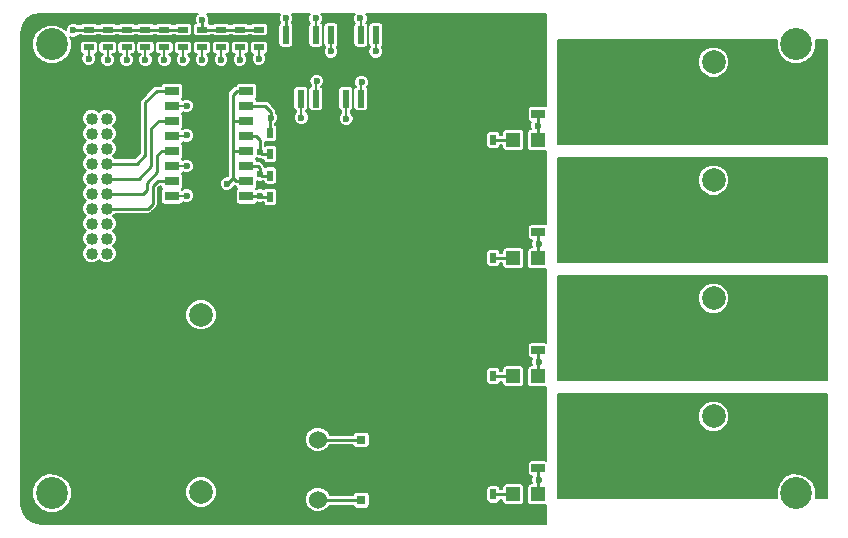
<source format=gbr>
G04 #@! TF.FileFunction,Copper,L1,Top,Signal*
%FSLAX46Y46*%
G04 Gerber Fmt 4.6, Leading zero omitted, Abs format (unit mm)*
G04 Created by KiCad (PCBNEW 4.0.2+e4-6225~38~ubuntu14.04.1-stable) date Fri 29 Jul 2016 12:50:15 AM PDT*
%MOMM*%
G01*
G04 APERTURE LIST*
%ADD10C,0.100000*%
%ADD11R,0.900000X0.500000*%
%ADD12R,1.150000X0.700000*%
%ADD13R,1.550000X4.700000*%
%ADD14R,3.300000X4.200000*%
%ADD15C,2.000000*%
%ADD16R,0.500000X0.900000*%
%ADD17C,1.524000*%
%ADD18R,1.200000X0.800000*%
%ADD19C,1.016000*%
%ADD20R,0.800000X0.750000*%
%ADD21R,0.600000X1.500000*%
%ADD22R,1.198880X1.198880*%
%ADD23C,2.700000*%
%ADD24C,0.600000*%
%ADD25C,0.250000*%
%ADD26C,0.150000*%
%ADD27C,0.200000*%
G04 APERTURE END LIST*
D10*
D11*
X109100000Y-69750000D03*
X109100000Y-71250000D03*
X110700000Y-69750000D03*
X110700000Y-71250000D03*
X112300000Y-69750000D03*
X112300000Y-71250000D03*
X113900000Y-69750000D03*
X113900000Y-71250000D03*
X115500000Y-69750000D03*
X115500000Y-71250000D03*
X117100000Y-69750000D03*
X117100000Y-71250000D03*
D12*
X147175000Y-74365000D03*
X147175000Y-73095000D03*
X147175000Y-75635000D03*
D13*
X152650000Y-75000000D03*
D14*
X150450000Y-75000000D03*
D12*
X147175000Y-76905000D03*
X147175000Y-84365000D03*
X147175000Y-83095000D03*
X147175000Y-85635000D03*
D13*
X152650000Y-85000000D03*
D14*
X150450000Y-85000000D03*
D12*
X147175000Y-86905000D03*
X147175000Y-94365000D03*
X147175000Y-93095000D03*
X147175000Y-95635000D03*
D13*
X152650000Y-95000000D03*
D14*
X150450000Y-95000000D03*
D12*
X147175000Y-96905000D03*
X147175000Y-104365000D03*
X147175000Y-103095000D03*
X147175000Y-105635000D03*
D13*
X152650000Y-105000000D03*
D14*
X150450000Y-105000000D03*
D12*
X147175000Y-106905000D03*
D15*
X162000000Y-107500000D03*
X162000000Y-102500000D03*
X162000000Y-72500000D03*
X162000000Y-77500000D03*
X162000000Y-97500000D03*
X162000000Y-92500000D03*
X162000000Y-87500000D03*
X162000000Y-82500000D03*
D11*
X123500000Y-71250000D03*
X123500000Y-69750000D03*
X121900000Y-71250000D03*
X121900000Y-69750000D03*
X120300000Y-71250000D03*
X120300000Y-69750000D03*
X118700000Y-71250000D03*
X118700000Y-69750000D03*
D16*
X124450000Y-83900000D03*
X125950000Y-83900000D03*
X124450000Y-82100000D03*
X125950000Y-82100000D03*
X124450000Y-80300000D03*
X125950000Y-80300000D03*
X124450000Y-78500000D03*
X125950000Y-78500000D03*
D17*
X128500000Y-107000000D03*
X128500000Y-109540000D03*
X128500000Y-104460000D03*
D18*
X116150000Y-74955000D03*
X116150000Y-76225000D03*
X116150000Y-77495000D03*
X116150000Y-78765000D03*
X116150000Y-80035000D03*
X116150000Y-81305000D03*
X116150000Y-82575000D03*
X116150000Y-83845000D03*
X122450000Y-83845000D03*
X122450000Y-82575000D03*
X122450000Y-81305000D03*
X122450000Y-80035000D03*
X122450000Y-78765000D03*
X122450000Y-77495000D03*
X122450000Y-76225000D03*
X122450000Y-74955000D03*
D15*
X118600000Y-93900000D03*
X118600000Y-98900000D03*
X118600000Y-103900000D03*
X118600000Y-108900000D03*
D19*
X109365000Y-77285000D03*
X110635000Y-77285000D03*
X109365000Y-88715000D03*
X109365000Y-78555000D03*
X110635000Y-78555000D03*
X109365000Y-79825000D03*
X110635000Y-79825000D03*
X109365000Y-81095000D03*
X110635000Y-81095000D03*
X109365000Y-82365000D03*
X110635000Y-82365000D03*
X109365000Y-83635000D03*
X110635000Y-83635000D03*
X109365000Y-84905000D03*
X110635000Y-84905000D03*
X109365000Y-86175000D03*
X110635000Y-86175000D03*
X109365000Y-87445000D03*
X110635000Y-87445000D03*
X110635000Y-88715000D03*
D20*
X132150000Y-109600000D03*
X133650000Y-109600000D03*
X132150000Y-104500000D03*
X133650000Y-104500000D03*
D21*
X125790000Y-75600000D03*
X127060000Y-75600000D03*
X128330000Y-75600000D03*
X129600000Y-75600000D03*
X130870000Y-75600000D03*
X132140000Y-75600000D03*
X133410000Y-75600000D03*
X133410000Y-70200000D03*
X132140000Y-70200000D03*
X130870000Y-70200000D03*
X129600000Y-70200000D03*
X128330000Y-70200000D03*
X127060000Y-70200000D03*
X125790000Y-70200000D03*
D22*
X147149020Y-79100000D03*
X145050980Y-79100000D03*
X147149020Y-89100000D03*
X145050980Y-89100000D03*
X147149020Y-99100000D03*
X145050980Y-99100000D03*
X147149020Y-109100000D03*
X145050980Y-109100000D03*
D16*
X143350000Y-79100000D03*
X141850000Y-79100000D03*
X143350000Y-89100000D03*
X141850000Y-89100000D03*
X143350000Y-99100000D03*
X141850000Y-99100000D03*
X143350000Y-109100000D03*
X141850000Y-109100000D03*
D23*
X169000000Y-109000000D03*
X169000000Y-71000000D03*
X106000000Y-71000000D03*
X106000000Y-109000000D03*
D24*
X107800000Y-69800000D03*
X109100000Y-72200000D03*
X110700000Y-72300000D03*
X112300000Y-72300000D03*
X113900000Y-72300000D03*
X115500000Y-72300000D03*
X117100000Y-72300000D03*
X118700000Y-68900000D03*
X129600000Y-71600000D03*
X147100000Y-77900000D03*
X133400000Y-71600000D03*
X147200000Y-87900000D03*
X132200000Y-74200000D03*
X147200000Y-97900000D03*
X128400000Y-74100000D03*
X147200000Y-107900000D03*
X120800000Y-82800000D03*
X125800000Y-68800000D03*
X117400000Y-83800000D03*
X123500000Y-72200000D03*
X117400000Y-81300000D03*
X121900000Y-72300000D03*
X117400000Y-78700000D03*
X120300000Y-72300000D03*
X117400000Y-76200000D03*
X118700000Y-72300000D03*
X123600000Y-82000000D03*
X130900000Y-77300000D03*
X123600000Y-83800000D03*
X127100000Y-77200000D03*
X132100000Y-68800000D03*
X123600000Y-80100000D03*
X128300000Y-68800000D03*
X124500000Y-77200000D03*
D25*
X107850000Y-69750000D02*
X109100000Y-69750000D01*
X107800000Y-69800000D02*
X107850000Y-69750000D01*
X117100000Y-69750000D02*
X115500000Y-69750000D01*
X115500000Y-69750000D02*
X113900000Y-69750000D01*
X113900000Y-69750000D02*
X112300000Y-69750000D01*
X112300000Y-69750000D02*
X110700000Y-69750000D01*
X110700000Y-69750000D02*
X109100000Y-69750000D01*
D26*
X109100000Y-72200000D02*
X109100000Y-71250000D01*
X110700000Y-72300000D02*
X110700000Y-71250000D01*
X112300000Y-72300000D02*
X112300000Y-71250000D01*
X113900000Y-72300000D02*
X113900000Y-71250000D01*
X115500000Y-72300000D02*
X115500000Y-71250000D01*
X117100000Y-72300000D02*
X117100000Y-71250000D01*
D25*
X118700000Y-68900000D02*
X118700000Y-69750000D01*
X123500000Y-69750000D02*
X121900000Y-69750000D01*
X121900000Y-69750000D02*
X120300000Y-69750000D01*
X120300000Y-69750000D02*
X118700000Y-69750000D01*
X132150000Y-109600000D02*
X128560000Y-109600000D01*
X128560000Y-109600000D02*
X128500000Y-109540000D01*
D26*
X129600000Y-70200000D02*
X129600000Y-71600000D01*
X147200000Y-77600000D02*
X147149020Y-77600000D01*
X147149020Y-77650980D02*
X147200000Y-77600000D01*
X147149020Y-77850980D02*
X147149020Y-77650980D01*
X147100000Y-77900000D02*
X147149020Y-77850980D01*
D25*
X147149020Y-79100000D02*
X147149020Y-77600000D01*
X147149020Y-77600000D02*
X147149020Y-76930980D01*
X147149020Y-76930980D02*
X147175000Y-76905000D01*
D26*
X133410000Y-71590000D02*
X133400000Y-71600000D01*
X133410000Y-70200000D02*
X133410000Y-71590000D01*
X147200000Y-87500000D02*
X147149020Y-87500000D01*
X147149020Y-87550980D02*
X147200000Y-87500000D01*
X147149020Y-87849020D02*
X147149020Y-87550980D01*
X147200000Y-87900000D02*
X147149020Y-87849020D01*
D25*
X147149020Y-89100000D02*
X147149020Y-87500000D01*
X147149020Y-87500000D02*
X147149020Y-86930980D01*
X147149020Y-86930980D02*
X147175000Y-86905000D01*
D26*
X132140000Y-74260000D02*
X132200000Y-74200000D01*
X132140000Y-75600000D02*
X132140000Y-74260000D01*
X147100000Y-97700000D02*
X147149020Y-97700000D01*
X147149020Y-97749020D02*
X147100000Y-97700000D01*
X147149020Y-97849020D02*
X147149020Y-97749020D01*
X147200000Y-97900000D02*
X147149020Y-97849020D01*
D25*
X147149020Y-99100000D02*
X147149020Y-97700000D01*
X147149020Y-97700000D02*
X147149020Y-96930980D01*
X147149020Y-96930980D02*
X147175000Y-96905000D01*
D26*
X128330000Y-74170000D02*
X128400000Y-74100000D01*
X128330000Y-75600000D02*
X128330000Y-74170000D01*
X147200000Y-107600000D02*
X147149020Y-107600000D01*
X147149020Y-107650980D02*
X147200000Y-107600000D01*
X147149020Y-107849020D02*
X147149020Y-107650980D01*
X147200000Y-107900000D02*
X147149020Y-107849020D01*
D25*
X147149020Y-109100000D02*
X147149020Y-107600000D01*
X147149020Y-107600000D02*
X147149020Y-106930980D01*
X147149020Y-106930980D02*
X147175000Y-106905000D01*
X110635000Y-81095000D02*
X113205000Y-81095000D01*
X114845000Y-74955000D02*
X116150000Y-74955000D01*
X113900000Y-75900000D02*
X114845000Y-74955000D01*
X113900000Y-80400000D02*
X113900000Y-75900000D01*
X113205000Y-81095000D02*
X113900000Y-80400000D01*
X110635000Y-82365000D02*
X113335000Y-82365000D01*
X115005000Y-77495000D02*
X116150000Y-77495000D01*
X114400000Y-78100000D02*
X115005000Y-77495000D01*
X114400000Y-81300000D02*
X114400000Y-78100000D01*
X113335000Y-82365000D02*
X114400000Y-81300000D01*
X110635000Y-83635000D02*
X113665000Y-83635000D01*
X115265000Y-80035000D02*
X116150000Y-80035000D01*
X114900000Y-80400000D02*
X115265000Y-80035000D01*
X114900000Y-81800000D02*
X114900000Y-80400000D01*
X114000000Y-82700000D02*
X114900000Y-81800000D01*
X114000000Y-83300000D02*
X114000000Y-82700000D01*
X113665000Y-83635000D02*
X114000000Y-83300000D01*
X116150000Y-82575000D02*
X114925000Y-82575000D01*
X114095000Y-84905000D02*
X110635000Y-84905000D01*
X114500000Y-84500000D02*
X114095000Y-84905000D01*
X114500000Y-83000000D02*
X114500000Y-84500000D01*
X114925000Y-82575000D02*
X114500000Y-83000000D01*
X121300000Y-82300000D02*
X120800000Y-82800000D01*
X125790000Y-68810000D02*
X125790000Y-70200000D01*
X125790000Y-68810000D02*
X125800000Y-68800000D01*
X132150000Y-104500000D02*
X128540000Y-104500000D01*
X128540000Y-104500000D02*
X128500000Y-104460000D01*
X122450000Y-80035000D02*
X121300000Y-80035000D01*
X121300000Y-80035000D02*
X121300000Y-80000000D01*
X122450000Y-77495000D02*
X121300000Y-77495000D01*
X121300000Y-77495000D02*
X121300000Y-77500000D01*
X122450000Y-82575000D02*
X121575000Y-82575000D01*
X121645000Y-74955000D02*
X122450000Y-74955000D01*
X121300000Y-75300000D02*
X121645000Y-74955000D01*
X121300000Y-82300000D02*
X121300000Y-80000000D01*
X121300000Y-80000000D02*
X121300000Y-77500000D01*
X121300000Y-77500000D02*
X121300000Y-75300000D01*
X121575000Y-82575000D02*
X121300000Y-82300000D01*
D26*
X117355000Y-83845000D02*
X117400000Y-83800000D01*
X116150000Y-83845000D02*
X117355000Y-83845000D01*
X123500000Y-72200000D02*
X123500000Y-71250000D01*
X117395000Y-81305000D02*
X117400000Y-81300000D01*
X116150000Y-81305000D02*
X117395000Y-81305000D01*
X121900000Y-72300000D02*
X121900000Y-71250000D01*
X117335000Y-78765000D02*
X117400000Y-78700000D01*
X116150000Y-78765000D02*
X117335000Y-78765000D01*
X120300000Y-72300000D02*
X120300000Y-71250000D01*
X117375000Y-76225000D02*
X117400000Y-76200000D01*
X116150000Y-76225000D02*
X117375000Y-76225000D01*
X118700000Y-72300000D02*
X118700000Y-71250000D01*
X130870000Y-77270000D02*
X130870000Y-75600000D01*
X130900000Y-77300000D02*
X130870000Y-77270000D01*
D25*
X123600000Y-82000000D02*
X123600000Y-81500000D01*
X123700000Y-82100000D02*
X123600000Y-82000000D01*
X124450000Y-82100000D02*
X123700000Y-82100000D01*
X123405000Y-81305000D02*
X122450000Y-81305000D01*
X123600000Y-81500000D02*
X123405000Y-81305000D01*
D26*
X127060000Y-77160000D02*
X127060000Y-75600000D01*
X127100000Y-77200000D02*
X127060000Y-77160000D01*
D25*
X122495000Y-83800000D02*
X123600000Y-83800000D01*
X123700000Y-83900000D02*
X123600000Y-83800000D01*
X123700000Y-83900000D02*
X124450000Y-83900000D01*
X122495000Y-83800000D02*
X122450000Y-83845000D01*
X122505000Y-83900000D02*
X122450000Y-83845000D01*
D26*
X132100000Y-68800000D02*
X132140000Y-68840000D01*
X132140000Y-70200000D02*
X132140000Y-68840000D01*
D25*
X123600000Y-80100000D02*
X123600000Y-79100000D01*
X123800000Y-80300000D02*
X123600000Y-80100000D01*
X124450000Y-80300000D02*
X123800000Y-80300000D01*
X123265000Y-78765000D02*
X122450000Y-78765000D01*
X123600000Y-79100000D02*
X123265000Y-78765000D01*
D26*
X128300000Y-68800000D02*
X128330000Y-68830000D01*
X128330000Y-68830000D02*
X128330000Y-70200000D01*
D25*
X124500000Y-77200000D02*
X124500000Y-76700000D01*
X124450000Y-77250000D02*
X124500000Y-77200000D01*
X124450000Y-78500000D02*
X124450000Y-77250000D01*
X124025000Y-76225000D02*
X122450000Y-76225000D01*
X124500000Y-76700000D02*
X124025000Y-76225000D01*
D26*
X150450000Y-105000000D02*
X152650000Y-105000000D01*
X150450000Y-95000000D02*
X152650000Y-95000000D01*
D25*
X143350000Y-79100000D02*
X145050980Y-79100000D01*
X143350000Y-89100000D02*
X145050980Y-89100000D01*
X143350000Y-99100000D02*
X145050980Y-99100000D01*
X143350000Y-109100000D02*
X145050980Y-109100000D01*
D27*
G36*
X171605000Y-109400000D02*
X170642154Y-109400000D01*
X170669709Y-109333641D01*
X170670289Y-108669274D01*
X170416582Y-108055257D01*
X169947214Y-107585069D01*
X169333641Y-107330291D01*
X168669274Y-107329711D01*
X168055257Y-107583418D01*
X167585069Y-108052786D01*
X167330291Y-108666359D01*
X167329711Y-109330726D01*
X167358334Y-109400000D01*
X148800000Y-109400000D01*
X148800000Y-102761412D01*
X160679772Y-102761412D01*
X160880306Y-103246743D01*
X161251304Y-103618389D01*
X161736284Y-103819770D01*
X162261412Y-103820228D01*
X162746743Y-103619694D01*
X163118389Y-103248696D01*
X163319770Y-102763716D01*
X163320228Y-102238588D01*
X163119694Y-101753257D01*
X162748696Y-101381611D01*
X162263716Y-101180230D01*
X161738588Y-101179772D01*
X161253257Y-101380306D01*
X160881611Y-101751304D01*
X160680230Y-102236284D01*
X160679772Y-102761412D01*
X148800000Y-102761412D01*
X148800000Y-100600000D01*
X171605000Y-100600000D01*
X171605000Y-109400000D01*
X171605000Y-109400000D01*
G37*
X171605000Y-109400000D02*
X170642154Y-109400000D01*
X170669709Y-109333641D01*
X170670289Y-108669274D01*
X170416582Y-108055257D01*
X169947214Y-107585069D01*
X169333641Y-107330291D01*
X168669274Y-107329711D01*
X168055257Y-107583418D01*
X167585069Y-108052786D01*
X167330291Y-108666359D01*
X167329711Y-109330726D01*
X167358334Y-109400000D01*
X148800000Y-109400000D01*
X148800000Y-102761412D01*
X160679772Y-102761412D01*
X160880306Y-103246743D01*
X161251304Y-103618389D01*
X161736284Y-103819770D01*
X162261412Y-103820228D01*
X162746743Y-103619694D01*
X163118389Y-103248696D01*
X163319770Y-102763716D01*
X163320228Y-102238588D01*
X163119694Y-101753257D01*
X162748696Y-101381611D01*
X162263716Y-101180230D01*
X161738588Y-101179772D01*
X161253257Y-101380306D01*
X160881611Y-101751304D01*
X160680230Y-102236284D01*
X160679772Y-102761412D01*
X148800000Y-102761412D01*
X148800000Y-100600000D01*
X171605000Y-100600000D01*
X171605000Y-109400000D01*
G36*
X171605000Y-99400000D02*
X148800000Y-99400000D01*
X148800000Y-92761412D01*
X160679772Y-92761412D01*
X160880306Y-93246743D01*
X161251304Y-93618389D01*
X161736284Y-93819770D01*
X162261412Y-93820228D01*
X162746743Y-93619694D01*
X163118389Y-93248696D01*
X163319770Y-92763716D01*
X163320228Y-92238588D01*
X163119694Y-91753257D01*
X162748696Y-91381611D01*
X162263716Y-91180230D01*
X161738588Y-91179772D01*
X161253257Y-91380306D01*
X160881611Y-91751304D01*
X160680230Y-92236284D01*
X160679772Y-92761412D01*
X148800000Y-92761412D01*
X148800000Y-90600000D01*
X171605000Y-90600000D01*
X171605000Y-99400000D01*
X171605000Y-99400000D01*
G37*
X171605000Y-99400000D02*
X148800000Y-99400000D01*
X148800000Y-92761412D01*
X160679772Y-92761412D01*
X160880306Y-93246743D01*
X161251304Y-93618389D01*
X161736284Y-93819770D01*
X162261412Y-93820228D01*
X162746743Y-93619694D01*
X163118389Y-93248696D01*
X163319770Y-92763716D01*
X163320228Y-92238588D01*
X163119694Y-91753257D01*
X162748696Y-91381611D01*
X162263716Y-91180230D01*
X161738588Y-91179772D01*
X161253257Y-91380306D01*
X160881611Y-91751304D01*
X160680230Y-92236284D01*
X160679772Y-92761412D01*
X148800000Y-92761412D01*
X148800000Y-90600000D01*
X171605000Y-90600000D01*
X171605000Y-99400000D01*
G36*
X171605000Y-89400000D02*
X148800000Y-89400000D01*
X148800000Y-82761412D01*
X160679772Y-82761412D01*
X160880306Y-83246743D01*
X161251304Y-83618389D01*
X161736284Y-83819770D01*
X162261412Y-83820228D01*
X162746743Y-83619694D01*
X163118389Y-83248696D01*
X163319770Y-82763716D01*
X163320228Y-82238588D01*
X163119694Y-81753257D01*
X162748696Y-81381611D01*
X162263716Y-81180230D01*
X161738588Y-81179772D01*
X161253257Y-81380306D01*
X160881611Y-81751304D01*
X160680230Y-82236284D01*
X160679772Y-82761412D01*
X148800000Y-82761412D01*
X148800000Y-80600000D01*
X171605000Y-80600000D01*
X171605000Y-89400000D01*
X171605000Y-89400000D01*
G37*
X171605000Y-89400000D02*
X148800000Y-89400000D01*
X148800000Y-82761412D01*
X160679772Y-82761412D01*
X160880306Y-83246743D01*
X161251304Y-83618389D01*
X161736284Y-83819770D01*
X162261412Y-83820228D01*
X162746743Y-83619694D01*
X163118389Y-83248696D01*
X163319770Y-82763716D01*
X163320228Y-82238588D01*
X163119694Y-81753257D01*
X162748696Y-81381611D01*
X162263716Y-81180230D01*
X161738588Y-81179772D01*
X161253257Y-81380306D01*
X160881611Y-81751304D01*
X160680230Y-82236284D01*
X160679772Y-82761412D01*
X148800000Y-82761412D01*
X148800000Y-80600000D01*
X171605000Y-80600000D01*
X171605000Y-89400000D01*
G36*
X167330291Y-70666359D02*
X167329711Y-71330726D01*
X167583418Y-71944743D01*
X168052786Y-72414931D01*
X168666359Y-72669709D01*
X169330726Y-72670289D01*
X169944743Y-72416582D01*
X170414931Y-71947214D01*
X170669709Y-71333641D01*
X170670289Y-70669274D01*
X170641666Y-70600000D01*
X171605000Y-70600000D01*
X171605000Y-79400000D01*
X148800000Y-79400000D01*
X148800000Y-72761412D01*
X160679772Y-72761412D01*
X160880306Y-73246743D01*
X161251304Y-73618389D01*
X161736284Y-73819770D01*
X162261412Y-73820228D01*
X162746743Y-73619694D01*
X163118389Y-73248696D01*
X163319770Y-72763716D01*
X163320228Y-72238588D01*
X163119694Y-71753257D01*
X162748696Y-71381611D01*
X162263716Y-71180230D01*
X161738588Y-71179772D01*
X161253257Y-71380306D01*
X160881611Y-71751304D01*
X160680230Y-72236284D01*
X160679772Y-72761412D01*
X148800000Y-72761412D01*
X148800000Y-70600000D01*
X167357846Y-70600000D01*
X167330291Y-70666359D01*
X167330291Y-70666359D01*
G37*
X167330291Y-70666359D02*
X167329711Y-71330726D01*
X167583418Y-71944743D01*
X168052786Y-72414931D01*
X168666359Y-72669709D01*
X169330726Y-72670289D01*
X169944743Y-72416582D01*
X170414931Y-71947214D01*
X170669709Y-71333641D01*
X170670289Y-70669274D01*
X170641666Y-70600000D01*
X171605000Y-70600000D01*
X171605000Y-79400000D01*
X148800000Y-79400000D01*
X148800000Y-72761412D01*
X160679772Y-72761412D01*
X160880306Y-73246743D01*
X161251304Y-73618389D01*
X161736284Y-73819770D01*
X162261412Y-73820228D01*
X162746743Y-73619694D01*
X163118389Y-73248696D01*
X163319770Y-72763716D01*
X163320228Y-72238588D01*
X163119694Y-71753257D01*
X162748696Y-71381611D01*
X162263716Y-71180230D01*
X161738588Y-71179772D01*
X161253257Y-71380306D01*
X160881611Y-71751304D01*
X160680230Y-72236284D01*
X160679772Y-72761412D01*
X148800000Y-72761412D01*
X148800000Y-70600000D01*
X167357846Y-70600000D01*
X167330291Y-70666359D01*
G36*
X118174696Y-68548339D02*
X118080107Y-68776133D01*
X118079892Y-69022785D01*
X118150034Y-69192541D01*
X118131415Y-69196044D01*
X118022502Y-69266128D01*
X117949436Y-69373063D01*
X117923731Y-69500000D01*
X117923731Y-70000000D01*
X117946044Y-70118585D01*
X118016128Y-70227498D01*
X118123063Y-70300564D01*
X118250000Y-70326269D01*
X119150000Y-70326269D01*
X119268585Y-70303956D01*
X119377498Y-70233872D01*
X119404058Y-70195000D01*
X119595216Y-70195000D01*
X119616128Y-70227498D01*
X119723063Y-70300564D01*
X119850000Y-70326269D01*
X120750000Y-70326269D01*
X120868585Y-70303956D01*
X120977498Y-70233872D01*
X121004058Y-70195000D01*
X121195216Y-70195000D01*
X121216128Y-70227498D01*
X121323063Y-70300564D01*
X121450000Y-70326269D01*
X122350000Y-70326269D01*
X122468585Y-70303956D01*
X122577498Y-70233872D01*
X122604058Y-70195000D01*
X122795216Y-70195000D01*
X122816128Y-70227498D01*
X122923063Y-70300564D01*
X123050000Y-70326269D01*
X123950000Y-70326269D01*
X124068585Y-70303956D01*
X124177498Y-70233872D01*
X124250564Y-70126937D01*
X124276269Y-70000000D01*
X124276269Y-69500000D01*
X124253956Y-69381415D01*
X124183872Y-69272502D01*
X124076937Y-69199436D01*
X123950000Y-69173731D01*
X123050000Y-69173731D01*
X122931415Y-69196044D01*
X122822502Y-69266128D01*
X122795942Y-69305000D01*
X122604784Y-69305000D01*
X122583872Y-69272502D01*
X122476937Y-69199436D01*
X122350000Y-69173731D01*
X121450000Y-69173731D01*
X121331415Y-69196044D01*
X121222502Y-69266128D01*
X121195942Y-69305000D01*
X121004784Y-69305000D01*
X120983872Y-69272502D01*
X120876937Y-69199436D01*
X120750000Y-69173731D01*
X119850000Y-69173731D01*
X119731415Y-69196044D01*
X119622502Y-69266128D01*
X119595942Y-69305000D01*
X119404784Y-69305000D01*
X119383872Y-69272502D01*
X119276937Y-69199436D01*
X119249313Y-69193842D01*
X119319893Y-69023867D01*
X119320108Y-68777215D01*
X119225917Y-68549257D01*
X119071930Y-68395000D01*
X125328128Y-68395000D01*
X125274696Y-68448339D01*
X125180107Y-68676133D01*
X125179892Y-68922785D01*
X125274083Y-69150743D01*
X125309295Y-69186017D01*
X125262502Y-69216128D01*
X125189436Y-69323063D01*
X125163731Y-69450000D01*
X125163731Y-70950000D01*
X125186044Y-71068585D01*
X125256128Y-71177498D01*
X125363063Y-71250564D01*
X125490000Y-71276269D01*
X126090000Y-71276269D01*
X126208585Y-71253956D01*
X126317498Y-71183872D01*
X126390564Y-71076937D01*
X126416269Y-70950000D01*
X126416269Y-69450000D01*
X126393956Y-69331415D01*
X126323872Y-69222502D01*
X126282593Y-69194297D01*
X126325304Y-69151661D01*
X126419893Y-68923867D01*
X126420108Y-68677215D01*
X126325917Y-68449257D01*
X126271755Y-68395000D01*
X127828128Y-68395000D01*
X127774696Y-68448339D01*
X127680107Y-68676133D01*
X127679892Y-68922785D01*
X127774083Y-69150743D01*
X127824940Y-69201689D01*
X127802502Y-69216128D01*
X127729436Y-69323063D01*
X127703731Y-69450000D01*
X127703731Y-70950000D01*
X127726044Y-71068585D01*
X127796128Y-71177498D01*
X127903063Y-71250564D01*
X128030000Y-71276269D01*
X128630000Y-71276269D01*
X128748585Y-71253956D01*
X128857498Y-71183872D01*
X128930564Y-71076937D01*
X128956269Y-70950000D01*
X128956269Y-69450000D01*
X128973731Y-69450000D01*
X128973731Y-70950000D01*
X128996044Y-71068585D01*
X129066128Y-71177498D01*
X129113343Y-71209759D01*
X129074696Y-71248339D01*
X128980107Y-71476133D01*
X128979892Y-71722785D01*
X129074083Y-71950743D01*
X129248339Y-72125304D01*
X129476133Y-72219893D01*
X129722785Y-72220108D01*
X129950743Y-72125917D01*
X130125304Y-71951661D01*
X130219893Y-71723867D01*
X130219893Y-71722785D01*
X132779892Y-71722785D01*
X132874083Y-71950743D01*
X133048339Y-72125304D01*
X133276133Y-72219893D01*
X133522785Y-72220108D01*
X133750743Y-72125917D01*
X133925304Y-71951661D01*
X134019893Y-71723867D01*
X134020108Y-71477215D01*
X133925917Y-71249257D01*
X133890705Y-71213983D01*
X133937498Y-71183872D01*
X134010564Y-71076937D01*
X134036269Y-70950000D01*
X134036269Y-69450000D01*
X134013956Y-69331415D01*
X133943872Y-69222502D01*
X133836937Y-69149436D01*
X133710000Y-69123731D01*
X133110000Y-69123731D01*
X132991415Y-69146044D01*
X132882502Y-69216128D01*
X132809436Y-69323063D01*
X132783731Y-69450000D01*
X132783731Y-70950000D01*
X132806044Y-71068585D01*
X132876128Y-71177498D01*
X132917407Y-71205703D01*
X132874696Y-71248339D01*
X132780107Y-71476133D01*
X132779892Y-71722785D01*
X130219893Y-71722785D01*
X130220108Y-71477215D01*
X130125917Y-71249257D01*
X130086793Y-71210065D01*
X130127498Y-71183872D01*
X130200564Y-71076937D01*
X130226269Y-70950000D01*
X130226269Y-69450000D01*
X130203956Y-69331415D01*
X130133872Y-69222502D01*
X130026937Y-69149436D01*
X129900000Y-69123731D01*
X129300000Y-69123731D01*
X129181415Y-69146044D01*
X129072502Y-69216128D01*
X128999436Y-69323063D01*
X128973731Y-69450000D01*
X128956269Y-69450000D01*
X128933956Y-69331415D01*
X128863872Y-69222502D01*
X128798847Y-69178072D01*
X128825304Y-69151661D01*
X128919893Y-68923867D01*
X128920108Y-68677215D01*
X128825917Y-68449257D01*
X128771755Y-68395000D01*
X131628128Y-68395000D01*
X131574696Y-68448339D01*
X131480107Y-68676133D01*
X131479892Y-68922785D01*
X131574083Y-69150743D01*
X131628851Y-69205607D01*
X131612502Y-69216128D01*
X131539436Y-69323063D01*
X131513731Y-69450000D01*
X131513731Y-70950000D01*
X131536044Y-71068585D01*
X131606128Y-71177498D01*
X131713063Y-71250564D01*
X131840000Y-71276269D01*
X132440000Y-71276269D01*
X132558585Y-71253956D01*
X132667498Y-71183872D01*
X132740564Y-71076937D01*
X132766269Y-70950000D01*
X132766269Y-69450000D01*
X132743956Y-69331415D01*
X132673872Y-69222502D01*
X132602910Y-69174016D01*
X132625304Y-69151661D01*
X132719893Y-68923867D01*
X132720108Y-68677215D01*
X132625917Y-68449257D01*
X132571755Y-68395000D01*
X147800000Y-68395000D01*
X147800000Y-76238856D01*
X147750000Y-76228731D01*
X146600000Y-76228731D01*
X146481415Y-76251044D01*
X146372502Y-76321128D01*
X146299436Y-76428063D01*
X146273731Y-76555000D01*
X146273731Y-77255000D01*
X146296044Y-77373585D01*
X146366128Y-77482498D01*
X146473063Y-77555564D01*
X146564045Y-77573988D01*
X146480107Y-77776133D01*
X146479892Y-78022785D01*
X146543005Y-78175528D01*
X146430995Y-78196604D01*
X146322082Y-78266688D01*
X146249016Y-78373623D01*
X146223311Y-78500560D01*
X146223311Y-79699440D01*
X146245624Y-79818025D01*
X146315708Y-79926938D01*
X146422643Y-80000004D01*
X146549580Y-80025709D01*
X147748460Y-80025709D01*
X147800000Y-80016011D01*
X147800000Y-86238856D01*
X147750000Y-86228731D01*
X146600000Y-86228731D01*
X146481415Y-86251044D01*
X146372502Y-86321128D01*
X146299436Y-86428063D01*
X146273731Y-86555000D01*
X146273731Y-87255000D01*
X146296044Y-87373585D01*
X146366128Y-87482498D01*
X146473063Y-87555564D01*
X146600000Y-87581269D01*
X146661022Y-87581269D01*
X146580107Y-87776133D01*
X146579892Y-88022785D01*
X146642493Y-88174291D01*
X146549580Y-88174291D01*
X146430995Y-88196604D01*
X146322082Y-88266688D01*
X146249016Y-88373623D01*
X146223311Y-88500560D01*
X146223311Y-89699440D01*
X146245624Y-89818025D01*
X146315708Y-89926938D01*
X146422643Y-90000004D01*
X146549580Y-90025709D01*
X147748460Y-90025709D01*
X147800000Y-90016011D01*
X147800000Y-96238856D01*
X147750000Y-96228731D01*
X146600000Y-96228731D01*
X146481415Y-96251044D01*
X146372502Y-96321128D01*
X146299436Y-96428063D01*
X146273731Y-96555000D01*
X146273731Y-97255000D01*
X146296044Y-97373585D01*
X146366128Y-97482498D01*
X146473063Y-97555564D01*
X146600000Y-97581269D01*
X146661022Y-97581269D01*
X146580107Y-97776133D01*
X146579892Y-98022785D01*
X146642493Y-98174291D01*
X146549580Y-98174291D01*
X146430995Y-98196604D01*
X146322082Y-98266688D01*
X146249016Y-98373623D01*
X146223311Y-98500560D01*
X146223311Y-99699440D01*
X146245624Y-99818025D01*
X146315708Y-99926938D01*
X146422643Y-100000004D01*
X146549580Y-100025709D01*
X147748460Y-100025709D01*
X147800000Y-100016011D01*
X147800000Y-106238856D01*
X147750000Y-106228731D01*
X146600000Y-106228731D01*
X146481415Y-106251044D01*
X146372502Y-106321128D01*
X146299436Y-106428063D01*
X146273731Y-106555000D01*
X146273731Y-107255000D01*
X146296044Y-107373585D01*
X146366128Y-107482498D01*
X146473063Y-107555564D01*
X146600000Y-107581269D01*
X146661022Y-107581269D01*
X146580107Y-107776133D01*
X146579892Y-108022785D01*
X146642493Y-108174291D01*
X146549580Y-108174291D01*
X146430995Y-108196604D01*
X146322082Y-108266688D01*
X146249016Y-108373623D01*
X146223311Y-108500560D01*
X146223311Y-109699440D01*
X146245624Y-109818025D01*
X146315708Y-109926938D01*
X146422643Y-110000004D01*
X146549580Y-110025709D01*
X147748460Y-110025709D01*
X147800000Y-110016011D01*
X147800000Y-111605000D01*
X105038903Y-111605000D01*
X104388755Y-111475677D01*
X103870565Y-111129435D01*
X103524323Y-110611245D01*
X103395000Y-109961096D01*
X103395000Y-109330726D01*
X104329711Y-109330726D01*
X104583418Y-109944743D01*
X105052786Y-110414931D01*
X105666359Y-110669709D01*
X106330726Y-110670289D01*
X106944743Y-110416582D01*
X107414931Y-109947214D01*
X107669709Y-109333641D01*
X107669859Y-109161412D01*
X117279772Y-109161412D01*
X117480306Y-109646743D01*
X117851304Y-110018389D01*
X118336284Y-110219770D01*
X118861412Y-110220228D01*
X119346743Y-110019694D01*
X119612621Y-109754279D01*
X127417812Y-109754279D01*
X127582190Y-110152103D01*
X127886296Y-110456740D01*
X128283833Y-110621812D01*
X128714279Y-110622188D01*
X129112103Y-110457810D01*
X129416740Y-110153704D01*
X129461878Y-110045000D01*
X131436902Y-110045000D01*
X131446044Y-110093585D01*
X131516128Y-110202498D01*
X131623063Y-110275564D01*
X131750000Y-110301269D01*
X132550000Y-110301269D01*
X132668585Y-110278956D01*
X132777498Y-110208872D01*
X132850564Y-110101937D01*
X132876269Y-109975000D01*
X132876269Y-109225000D01*
X132853956Y-109106415D01*
X132783872Y-108997502D01*
X132676937Y-108924436D01*
X132550000Y-108898731D01*
X131750000Y-108898731D01*
X131631415Y-108921044D01*
X131522502Y-108991128D01*
X131449436Y-109098063D01*
X131437906Y-109155000D01*
X129511647Y-109155000D01*
X129417810Y-108927897D01*
X129140398Y-108650000D01*
X142773731Y-108650000D01*
X142773731Y-109550000D01*
X142796044Y-109668585D01*
X142866128Y-109777498D01*
X142973063Y-109850564D01*
X143100000Y-109876269D01*
X143600000Y-109876269D01*
X143718585Y-109853956D01*
X143827498Y-109783872D01*
X143900564Y-109676937D01*
X143926269Y-109550000D01*
X143926269Y-109545000D01*
X144125271Y-109545000D01*
X144125271Y-109699440D01*
X144147584Y-109818025D01*
X144217668Y-109926938D01*
X144324603Y-110000004D01*
X144451540Y-110025709D01*
X145650420Y-110025709D01*
X145769005Y-110003396D01*
X145877918Y-109933312D01*
X145950984Y-109826377D01*
X145976689Y-109699440D01*
X145976689Y-108500560D01*
X145954376Y-108381975D01*
X145884292Y-108273062D01*
X145777357Y-108199996D01*
X145650420Y-108174291D01*
X144451540Y-108174291D01*
X144332955Y-108196604D01*
X144224042Y-108266688D01*
X144150976Y-108373623D01*
X144125271Y-108500560D01*
X144125271Y-108655000D01*
X143926269Y-108655000D01*
X143926269Y-108650000D01*
X143903956Y-108531415D01*
X143833872Y-108422502D01*
X143726937Y-108349436D01*
X143600000Y-108323731D01*
X143100000Y-108323731D01*
X142981415Y-108346044D01*
X142872502Y-108416128D01*
X142799436Y-108523063D01*
X142773731Y-108650000D01*
X129140398Y-108650000D01*
X129113704Y-108623260D01*
X128716167Y-108458188D01*
X128285721Y-108457812D01*
X127887897Y-108622190D01*
X127583260Y-108926296D01*
X127418188Y-109323833D01*
X127417812Y-109754279D01*
X119612621Y-109754279D01*
X119718389Y-109648696D01*
X119919770Y-109163716D01*
X119920228Y-108638588D01*
X119719694Y-108153257D01*
X119348696Y-107781611D01*
X118863716Y-107580230D01*
X118338588Y-107579772D01*
X117853257Y-107780306D01*
X117481611Y-108151304D01*
X117280230Y-108636284D01*
X117279772Y-109161412D01*
X107669859Y-109161412D01*
X107670289Y-108669274D01*
X107416582Y-108055257D01*
X106947214Y-107585069D01*
X106333641Y-107330291D01*
X105669274Y-107329711D01*
X105055257Y-107583418D01*
X104585069Y-108052786D01*
X104330291Y-108666359D01*
X104329711Y-109330726D01*
X103395000Y-109330726D01*
X103395000Y-104674279D01*
X127417812Y-104674279D01*
X127582190Y-105072103D01*
X127886296Y-105376740D01*
X128283833Y-105541812D01*
X128714279Y-105542188D01*
X129112103Y-105377810D01*
X129416740Y-105073704D01*
X129470183Y-104945000D01*
X131436902Y-104945000D01*
X131446044Y-104993585D01*
X131516128Y-105102498D01*
X131623063Y-105175564D01*
X131750000Y-105201269D01*
X132550000Y-105201269D01*
X132668585Y-105178956D01*
X132777498Y-105108872D01*
X132850564Y-105001937D01*
X132876269Y-104875000D01*
X132876269Y-104125000D01*
X132853956Y-104006415D01*
X132783872Y-103897502D01*
X132676937Y-103824436D01*
X132550000Y-103798731D01*
X131750000Y-103798731D01*
X131631415Y-103821044D01*
X131522502Y-103891128D01*
X131449436Y-103998063D01*
X131437906Y-104055000D01*
X129503383Y-104055000D01*
X129417810Y-103847897D01*
X129113704Y-103543260D01*
X128716167Y-103378188D01*
X128285721Y-103377812D01*
X127887897Y-103542190D01*
X127583260Y-103846296D01*
X127418188Y-104243833D01*
X127417812Y-104674279D01*
X103395000Y-104674279D01*
X103395000Y-98650000D01*
X142773731Y-98650000D01*
X142773731Y-99550000D01*
X142796044Y-99668585D01*
X142866128Y-99777498D01*
X142973063Y-99850564D01*
X143100000Y-99876269D01*
X143600000Y-99876269D01*
X143718585Y-99853956D01*
X143827498Y-99783872D01*
X143900564Y-99676937D01*
X143926269Y-99550000D01*
X143926269Y-99545000D01*
X144125271Y-99545000D01*
X144125271Y-99699440D01*
X144147584Y-99818025D01*
X144217668Y-99926938D01*
X144324603Y-100000004D01*
X144451540Y-100025709D01*
X145650420Y-100025709D01*
X145769005Y-100003396D01*
X145877918Y-99933312D01*
X145950984Y-99826377D01*
X145976689Y-99699440D01*
X145976689Y-98500560D01*
X145954376Y-98381975D01*
X145884292Y-98273062D01*
X145777357Y-98199996D01*
X145650420Y-98174291D01*
X144451540Y-98174291D01*
X144332955Y-98196604D01*
X144224042Y-98266688D01*
X144150976Y-98373623D01*
X144125271Y-98500560D01*
X144125271Y-98655000D01*
X143926269Y-98655000D01*
X143926269Y-98650000D01*
X143903956Y-98531415D01*
X143833872Y-98422502D01*
X143726937Y-98349436D01*
X143600000Y-98323731D01*
X143100000Y-98323731D01*
X142981415Y-98346044D01*
X142872502Y-98416128D01*
X142799436Y-98523063D01*
X142773731Y-98650000D01*
X103395000Y-98650000D01*
X103395000Y-94161412D01*
X117279772Y-94161412D01*
X117480306Y-94646743D01*
X117851304Y-95018389D01*
X118336284Y-95219770D01*
X118861412Y-95220228D01*
X119346743Y-95019694D01*
X119718389Y-94648696D01*
X119919770Y-94163716D01*
X119920228Y-93638588D01*
X119719694Y-93153257D01*
X119348696Y-92781611D01*
X118863716Y-92580230D01*
X118338588Y-92579772D01*
X117853257Y-92780306D01*
X117481611Y-93151304D01*
X117280230Y-93636284D01*
X117279772Y-94161412D01*
X103395000Y-94161412D01*
X103395000Y-77448977D01*
X108536857Y-77448977D01*
X108662647Y-77753411D01*
X108829032Y-77920087D01*
X108663465Y-78085364D01*
X108537145Y-78389578D01*
X108536857Y-78718977D01*
X108662647Y-79023411D01*
X108829032Y-79190087D01*
X108663465Y-79355364D01*
X108537145Y-79659578D01*
X108536857Y-79988977D01*
X108662647Y-80293411D01*
X108829032Y-80460087D01*
X108663465Y-80625364D01*
X108537145Y-80929578D01*
X108536857Y-81258977D01*
X108662647Y-81563411D01*
X108829032Y-81730087D01*
X108663465Y-81895364D01*
X108537145Y-82199578D01*
X108536857Y-82528977D01*
X108662647Y-82833411D01*
X108829032Y-83000087D01*
X108663465Y-83165364D01*
X108537145Y-83469578D01*
X108536857Y-83798977D01*
X108662647Y-84103411D01*
X108829032Y-84270087D01*
X108663465Y-84435364D01*
X108537145Y-84739578D01*
X108536857Y-85068977D01*
X108662647Y-85373411D01*
X108829032Y-85540087D01*
X108663465Y-85705364D01*
X108537145Y-86009578D01*
X108536857Y-86338977D01*
X108662647Y-86643411D01*
X108829032Y-86810087D01*
X108663465Y-86975364D01*
X108537145Y-87279578D01*
X108536857Y-87608977D01*
X108662647Y-87913411D01*
X108829032Y-88080087D01*
X108663465Y-88245364D01*
X108537145Y-88549578D01*
X108536857Y-88878977D01*
X108662647Y-89183411D01*
X108895364Y-89416535D01*
X109199578Y-89542855D01*
X109528977Y-89543143D01*
X109833411Y-89417353D01*
X110000087Y-89250968D01*
X110165364Y-89416535D01*
X110469578Y-89542855D01*
X110798977Y-89543143D01*
X111103411Y-89417353D01*
X111336535Y-89184636D01*
X111462855Y-88880422D01*
X111463056Y-88650000D01*
X142773731Y-88650000D01*
X142773731Y-89550000D01*
X142796044Y-89668585D01*
X142866128Y-89777498D01*
X142973063Y-89850564D01*
X143100000Y-89876269D01*
X143600000Y-89876269D01*
X143718585Y-89853956D01*
X143827498Y-89783872D01*
X143900564Y-89676937D01*
X143926269Y-89550000D01*
X143926269Y-89545000D01*
X144125271Y-89545000D01*
X144125271Y-89699440D01*
X144147584Y-89818025D01*
X144217668Y-89926938D01*
X144324603Y-90000004D01*
X144451540Y-90025709D01*
X145650420Y-90025709D01*
X145769005Y-90003396D01*
X145877918Y-89933312D01*
X145950984Y-89826377D01*
X145976689Y-89699440D01*
X145976689Y-88500560D01*
X145954376Y-88381975D01*
X145884292Y-88273062D01*
X145777357Y-88199996D01*
X145650420Y-88174291D01*
X144451540Y-88174291D01*
X144332955Y-88196604D01*
X144224042Y-88266688D01*
X144150976Y-88373623D01*
X144125271Y-88500560D01*
X144125271Y-88655000D01*
X143926269Y-88655000D01*
X143926269Y-88650000D01*
X143903956Y-88531415D01*
X143833872Y-88422502D01*
X143726937Y-88349436D01*
X143600000Y-88323731D01*
X143100000Y-88323731D01*
X142981415Y-88346044D01*
X142872502Y-88416128D01*
X142799436Y-88523063D01*
X142773731Y-88650000D01*
X111463056Y-88650000D01*
X111463143Y-88551023D01*
X111337353Y-88246589D01*
X111170968Y-88079913D01*
X111336535Y-87914636D01*
X111462855Y-87610422D01*
X111463143Y-87281023D01*
X111337353Y-86976589D01*
X111170968Y-86809913D01*
X111336535Y-86644636D01*
X111462855Y-86340422D01*
X111463143Y-86011023D01*
X111337353Y-85706589D01*
X111170968Y-85539913D01*
X111336535Y-85374636D01*
X111346765Y-85350000D01*
X114094995Y-85350000D01*
X114095000Y-85350001D01*
X114265294Y-85316126D01*
X114409663Y-85219663D01*
X114814660Y-84814665D01*
X114814663Y-84814663D01*
X114911126Y-84670294D01*
X114945000Y-84500000D01*
X114945000Y-83184326D01*
X115109325Y-83020000D01*
X115232198Y-83020000D01*
X115246044Y-83093585D01*
X115316128Y-83202498D01*
X115325724Y-83209055D01*
X115322502Y-83211128D01*
X115249436Y-83318063D01*
X115223731Y-83445000D01*
X115223731Y-84245000D01*
X115246044Y-84363585D01*
X115316128Y-84472498D01*
X115423063Y-84545564D01*
X115550000Y-84571269D01*
X116750000Y-84571269D01*
X116868585Y-84548956D01*
X116977498Y-84478872D01*
X117050564Y-84371937D01*
X117059102Y-84329773D01*
X117276133Y-84419893D01*
X117522785Y-84420108D01*
X117750743Y-84325917D01*
X117925304Y-84151661D01*
X118019893Y-83923867D01*
X118020108Y-83677215D01*
X117925917Y-83449257D01*
X117751661Y-83274696D01*
X117523867Y-83180107D01*
X117277215Y-83179892D01*
X117049257Y-83274083D01*
X117031614Y-83291695D01*
X116983872Y-83217502D01*
X116974276Y-83210945D01*
X116977498Y-83208872D01*
X117050564Y-83101937D01*
X117076269Y-82975000D01*
X117076269Y-82922785D01*
X120179892Y-82922785D01*
X120274083Y-83150743D01*
X120448339Y-83325304D01*
X120676133Y-83419893D01*
X120922785Y-83420108D01*
X121150743Y-83325917D01*
X121325304Y-83151661D01*
X121396357Y-82980547D01*
X121404706Y-82986126D01*
X121530534Y-83011156D01*
X121546044Y-83093585D01*
X121616128Y-83202498D01*
X121625724Y-83209055D01*
X121622502Y-83211128D01*
X121549436Y-83318063D01*
X121523731Y-83445000D01*
X121523731Y-84245000D01*
X121546044Y-84363585D01*
X121616128Y-84472498D01*
X121723063Y-84545564D01*
X121850000Y-84571269D01*
X123050000Y-84571269D01*
X123168585Y-84548956D01*
X123277498Y-84478872D01*
X123350564Y-84371937D01*
X123351346Y-84368076D01*
X123476133Y-84419893D01*
X123722785Y-84420108D01*
X123875082Y-84357180D01*
X123896044Y-84468585D01*
X123966128Y-84577498D01*
X124073063Y-84650564D01*
X124200000Y-84676269D01*
X124700000Y-84676269D01*
X124818585Y-84653956D01*
X124927498Y-84583872D01*
X125000564Y-84476937D01*
X125026269Y-84350000D01*
X125026269Y-83450000D01*
X125003956Y-83331415D01*
X124933872Y-83222502D01*
X124826937Y-83149436D01*
X124700000Y-83123731D01*
X124200000Y-83123731D01*
X124081415Y-83146044D01*
X123972502Y-83216128D01*
X123936722Y-83268493D01*
X123723867Y-83180107D01*
X123477215Y-83179892D01*
X123305363Y-83250900D01*
X123283872Y-83217502D01*
X123274276Y-83210945D01*
X123277498Y-83208872D01*
X123350564Y-83101937D01*
X123376269Y-82975000D01*
X123376269Y-82578426D01*
X123476133Y-82619893D01*
X123722785Y-82620108D01*
X123875082Y-82557180D01*
X123896044Y-82668585D01*
X123966128Y-82777498D01*
X124073063Y-82850564D01*
X124200000Y-82876269D01*
X124700000Y-82876269D01*
X124818585Y-82853956D01*
X124927498Y-82783872D01*
X125000564Y-82676937D01*
X125026269Y-82550000D01*
X125026269Y-81650000D01*
X125003956Y-81531415D01*
X124933872Y-81422502D01*
X124826937Y-81349436D01*
X124700000Y-81323731D01*
X124200000Y-81323731D01*
X124081415Y-81346044D01*
X124021983Y-81384287D01*
X124011126Y-81329706D01*
X123968088Y-81265294D01*
X123914663Y-81185337D01*
X123914660Y-81185335D01*
X123719663Y-80990337D01*
X123575294Y-80893874D01*
X123405000Y-80859999D01*
X123404995Y-80860000D01*
X123367802Y-80860000D01*
X123353956Y-80786415D01*
X123283872Y-80677502D01*
X123274276Y-80670945D01*
X123277498Y-80668872D01*
X123294243Y-80644365D01*
X123476133Y-80719893D01*
X123674649Y-80720066D01*
X123800000Y-80745001D01*
X123800005Y-80745000D01*
X123873731Y-80745000D01*
X123873731Y-80750000D01*
X123896044Y-80868585D01*
X123966128Y-80977498D01*
X124073063Y-81050564D01*
X124200000Y-81076269D01*
X124700000Y-81076269D01*
X124818585Y-81053956D01*
X124927498Y-80983872D01*
X125000564Y-80876937D01*
X125026269Y-80750000D01*
X125026269Y-79850000D01*
X125003956Y-79731415D01*
X124933872Y-79622502D01*
X124826937Y-79549436D01*
X124700000Y-79523731D01*
X124200000Y-79523731D01*
X124081415Y-79546044D01*
X124045000Y-79569477D01*
X124045000Y-79231389D01*
X124073063Y-79250564D01*
X124200000Y-79276269D01*
X124700000Y-79276269D01*
X124818585Y-79253956D01*
X124927498Y-79183872D01*
X125000564Y-79076937D01*
X125026269Y-78950000D01*
X125026269Y-78650000D01*
X142773731Y-78650000D01*
X142773731Y-79550000D01*
X142796044Y-79668585D01*
X142866128Y-79777498D01*
X142973063Y-79850564D01*
X143100000Y-79876269D01*
X143600000Y-79876269D01*
X143718585Y-79853956D01*
X143827498Y-79783872D01*
X143900564Y-79676937D01*
X143926269Y-79550000D01*
X143926269Y-79545000D01*
X144125271Y-79545000D01*
X144125271Y-79699440D01*
X144147584Y-79818025D01*
X144217668Y-79926938D01*
X144324603Y-80000004D01*
X144451540Y-80025709D01*
X145650420Y-80025709D01*
X145769005Y-80003396D01*
X145877918Y-79933312D01*
X145950984Y-79826377D01*
X145976689Y-79699440D01*
X145976689Y-78500560D01*
X145954376Y-78381975D01*
X145884292Y-78273062D01*
X145777357Y-78199996D01*
X145650420Y-78174291D01*
X144451540Y-78174291D01*
X144332955Y-78196604D01*
X144224042Y-78266688D01*
X144150976Y-78373623D01*
X144125271Y-78500560D01*
X144125271Y-78655000D01*
X143926269Y-78655000D01*
X143926269Y-78650000D01*
X143903956Y-78531415D01*
X143833872Y-78422502D01*
X143726937Y-78349436D01*
X143600000Y-78323731D01*
X143100000Y-78323731D01*
X142981415Y-78346044D01*
X142872502Y-78416128D01*
X142799436Y-78523063D01*
X142773731Y-78650000D01*
X125026269Y-78650000D01*
X125026269Y-78050000D01*
X125003956Y-77931415D01*
X124933872Y-77822502D01*
X124895000Y-77795942D01*
X124895000Y-77681737D01*
X125025304Y-77551661D01*
X125119893Y-77323867D01*
X125120108Y-77077215D01*
X125025917Y-76849257D01*
X124945000Y-76768198D01*
X124945000Y-76700000D01*
X124911126Y-76529706D01*
X124814663Y-76385337D01*
X124814660Y-76385335D01*
X124339663Y-75910337D01*
X124195294Y-75813874D01*
X124025000Y-75779999D01*
X124024995Y-75780000D01*
X123367802Y-75780000D01*
X123353956Y-75706415D01*
X123283872Y-75597502D01*
X123274276Y-75590945D01*
X123277498Y-75588872D01*
X123350564Y-75481937D01*
X123376269Y-75355000D01*
X123376269Y-74850000D01*
X126433731Y-74850000D01*
X126433731Y-76350000D01*
X126456044Y-76468585D01*
X126526128Y-76577498D01*
X126633063Y-76650564D01*
X126665000Y-76657031D01*
X126665000Y-76758193D01*
X126574696Y-76848339D01*
X126480107Y-77076133D01*
X126479892Y-77322785D01*
X126574083Y-77550743D01*
X126748339Y-77725304D01*
X126976133Y-77819893D01*
X127222785Y-77820108D01*
X127450743Y-77725917D01*
X127625304Y-77551661D01*
X127719893Y-77323867D01*
X127720108Y-77077215D01*
X127625917Y-76849257D01*
X127455000Y-76678041D01*
X127455000Y-76658394D01*
X127478585Y-76653956D01*
X127587498Y-76583872D01*
X127660564Y-76476937D01*
X127686269Y-76350000D01*
X127686269Y-74850000D01*
X127703731Y-74850000D01*
X127703731Y-76350000D01*
X127726044Y-76468585D01*
X127796128Y-76577498D01*
X127903063Y-76650564D01*
X128030000Y-76676269D01*
X128630000Y-76676269D01*
X128748585Y-76653956D01*
X128857498Y-76583872D01*
X128930564Y-76476937D01*
X128956269Y-76350000D01*
X128956269Y-74850000D01*
X130243731Y-74850000D01*
X130243731Y-76350000D01*
X130266044Y-76468585D01*
X130336128Y-76577498D01*
X130443063Y-76650564D01*
X130475000Y-76657031D01*
X130475000Y-76848210D01*
X130374696Y-76948339D01*
X130280107Y-77176133D01*
X130279892Y-77422785D01*
X130374083Y-77650743D01*
X130548339Y-77825304D01*
X130776133Y-77919893D01*
X131022785Y-77920108D01*
X131250743Y-77825917D01*
X131425304Y-77651661D01*
X131519893Y-77423867D01*
X131520108Y-77177215D01*
X131425917Y-76949257D01*
X131265000Y-76788058D01*
X131265000Y-76658394D01*
X131288585Y-76653956D01*
X131397498Y-76583872D01*
X131470564Y-76476937D01*
X131496269Y-76350000D01*
X131496269Y-74850000D01*
X131513731Y-74850000D01*
X131513731Y-76350000D01*
X131536044Y-76468585D01*
X131606128Y-76577498D01*
X131713063Y-76650564D01*
X131840000Y-76676269D01*
X132440000Y-76676269D01*
X132558585Y-76653956D01*
X132667498Y-76583872D01*
X132740564Y-76476937D01*
X132766269Y-76350000D01*
X132766269Y-74850000D01*
X132743956Y-74731415D01*
X132673872Y-74622502D01*
X132662276Y-74614579D01*
X132725304Y-74551661D01*
X132819893Y-74323867D01*
X132820108Y-74077215D01*
X132725917Y-73849257D01*
X132551661Y-73674696D01*
X132323867Y-73580107D01*
X132077215Y-73579892D01*
X131849257Y-73674083D01*
X131674696Y-73848339D01*
X131580107Y-74076133D01*
X131579892Y-74322785D01*
X131674083Y-74550743D01*
X131689739Y-74566427D01*
X131612502Y-74616128D01*
X131539436Y-74723063D01*
X131513731Y-74850000D01*
X131496269Y-74850000D01*
X131473956Y-74731415D01*
X131403872Y-74622502D01*
X131296937Y-74549436D01*
X131170000Y-74523731D01*
X130570000Y-74523731D01*
X130451415Y-74546044D01*
X130342502Y-74616128D01*
X130269436Y-74723063D01*
X130243731Y-74850000D01*
X128956269Y-74850000D01*
X128933956Y-74731415D01*
X128863872Y-74622502D01*
X128798743Y-74578001D01*
X128925304Y-74451661D01*
X129019893Y-74223867D01*
X129020108Y-73977215D01*
X128925917Y-73749257D01*
X128751661Y-73574696D01*
X128523867Y-73480107D01*
X128277215Y-73479892D01*
X128049257Y-73574083D01*
X127874696Y-73748339D01*
X127780107Y-73976133D01*
X127779892Y-74222785D01*
X127874083Y-74450743D01*
X127935000Y-74511767D01*
X127935000Y-74541606D01*
X127911415Y-74546044D01*
X127802502Y-74616128D01*
X127729436Y-74723063D01*
X127703731Y-74850000D01*
X127686269Y-74850000D01*
X127663956Y-74731415D01*
X127593872Y-74622502D01*
X127486937Y-74549436D01*
X127360000Y-74523731D01*
X126760000Y-74523731D01*
X126641415Y-74546044D01*
X126532502Y-74616128D01*
X126459436Y-74723063D01*
X126433731Y-74850000D01*
X123376269Y-74850000D01*
X123376269Y-74555000D01*
X123353956Y-74436415D01*
X123283872Y-74327502D01*
X123176937Y-74254436D01*
X123050000Y-74228731D01*
X121850000Y-74228731D01*
X121731415Y-74251044D01*
X121622502Y-74321128D01*
X121549436Y-74428063D01*
X121528136Y-74533246D01*
X121474706Y-74543874D01*
X121330337Y-74640337D01*
X121330335Y-74640340D01*
X120985337Y-74985337D01*
X120888874Y-75129706D01*
X120854999Y-75300000D01*
X120855000Y-75300005D01*
X120855000Y-82115675D01*
X120790684Y-82179991D01*
X120677215Y-82179892D01*
X120449257Y-82274083D01*
X120274696Y-82448339D01*
X120180107Y-82676133D01*
X120179892Y-82922785D01*
X117076269Y-82922785D01*
X117076269Y-82175000D01*
X117053956Y-82056415D01*
X116983872Y-81947502D01*
X116974276Y-81940945D01*
X116977498Y-81938872D01*
X117050564Y-81831937D01*
X117051630Y-81826671D01*
X117276133Y-81919893D01*
X117522785Y-81920108D01*
X117750743Y-81825917D01*
X117925304Y-81651661D01*
X118019893Y-81423867D01*
X118020108Y-81177215D01*
X117925917Y-80949257D01*
X117751661Y-80774696D01*
X117523867Y-80680107D01*
X117277215Y-80679892D01*
X117049257Y-80774083D01*
X117047286Y-80776050D01*
X116983872Y-80677502D01*
X116974276Y-80670945D01*
X116977498Y-80668872D01*
X117050564Y-80561937D01*
X117076269Y-80435000D01*
X117076269Y-79635000D01*
X117053956Y-79516415D01*
X116983872Y-79407502D01*
X116974276Y-79400945D01*
X116977498Y-79398872D01*
X117050564Y-79291937D01*
X117062838Y-79231325D01*
X117276133Y-79319893D01*
X117522785Y-79320108D01*
X117750743Y-79225917D01*
X117925304Y-79051661D01*
X118019893Y-78823867D01*
X118020108Y-78577215D01*
X117925917Y-78349257D01*
X117751661Y-78174696D01*
X117523867Y-78080107D01*
X117277215Y-78079892D01*
X117049257Y-78174083D01*
X117023778Y-78199517D01*
X116983872Y-78137502D01*
X116974276Y-78130945D01*
X116977498Y-78128872D01*
X117050564Y-78021937D01*
X117076269Y-77895000D01*
X117076269Y-77095000D01*
X117053956Y-76976415D01*
X116983872Y-76867502D01*
X116974276Y-76860945D01*
X116977498Y-76858872D01*
X117050564Y-76751937D01*
X117055366Y-76728222D01*
X117276133Y-76819893D01*
X117522785Y-76820108D01*
X117750743Y-76725917D01*
X117925304Y-76551661D01*
X118019893Y-76323867D01*
X118020108Y-76077215D01*
X117925917Y-75849257D01*
X117751661Y-75674696D01*
X117523867Y-75580107D01*
X117277215Y-75579892D01*
X117049257Y-75674083D01*
X117039450Y-75683873D01*
X116983872Y-75597502D01*
X116974276Y-75590945D01*
X116977498Y-75588872D01*
X117050564Y-75481937D01*
X117076269Y-75355000D01*
X117076269Y-74555000D01*
X117053956Y-74436415D01*
X116983872Y-74327502D01*
X116876937Y-74254436D01*
X116750000Y-74228731D01*
X115550000Y-74228731D01*
X115431415Y-74251044D01*
X115322502Y-74321128D01*
X115249436Y-74428063D01*
X115232844Y-74510000D01*
X114845005Y-74510000D01*
X114845000Y-74509999D01*
X114674706Y-74543874D01*
X114530337Y-74640337D01*
X114530335Y-74640340D01*
X113585337Y-75585337D01*
X113488874Y-75729706D01*
X113454999Y-75900000D01*
X113455000Y-75900005D01*
X113455000Y-80215675D01*
X113020674Y-80650000D01*
X111347026Y-80650000D01*
X111337353Y-80626589D01*
X111170968Y-80459913D01*
X111336535Y-80294636D01*
X111462855Y-79990422D01*
X111463143Y-79661023D01*
X111337353Y-79356589D01*
X111170968Y-79189913D01*
X111336535Y-79024636D01*
X111462855Y-78720422D01*
X111463143Y-78391023D01*
X111337353Y-78086589D01*
X111170968Y-77919913D01*
X111336535Y-77754636D01*
X111462855Y-77450422D01*
X111463143Y-77121023D01*
X111337353Y-76816589D01*
X111104636Y-76583465D01*
X110800422Y-76457145D01*
X110471023Y-76456857D01*
X110166589Y-76582647D01*
X109999913Y-76749032D01*
X109834636Y-76583465D01*
X109530422Y-76457145D01*
X109201023Y-76456857D01*
X108896589Y-76582647D01*
X108663465Y-76815364D01*
X108537145Y-77119578D01*
X108536857Y-77448977D01*
X103395000Y-77448977D01*
X103395000Y-71330726D01*
X104329711Y-71330726D01*
X104583418Y-71944743D01*
X105052786Y-72414931D01*
X105666359Y-72669709D01*
X106330726Y-72670289D01*
X106944743Y-72416582D01*
X107414931Y-71947214D01*
X107669709Y-71333641D01*
X107670000Y-71000000D01*
X108323731Y-71000000D01*
X108323731Y-71500000D01*
X108346044Y-71618585D01*
X108416128Y-71727498D01*
X108523063Y-71800564D01*
X108605776Y-71817314D01*
X108574696Y-71848339D01*
X108480107Y-72076133D01*
X108479892Y-72322785D01*
X108574083Y-72550743D01*
X108748339Y-72725304D01*
X108976133Y-72819893D01*
X109222785Y-72820108D01*
X109450743Y-72725917D01*
X109625304Y-72551661D01*
X109719893Y-72323867D01*
X109720108Y-72077215D01*
X109625917Y-71849257D01*
X109594593Y-71817878D01*
X109668585Y-71803956D01*
X109777498Y-71733872D01*
X109850564Y-71626937D01*
X109876269Y-71500000D01*
X109876269Y-71000000D01*
X109923731Y-71000000D01*
X109923731Y-71500000D01*
X109946044Y-71618585D01*
X110016128Y-71727498D01*
X110123063Y-71800564D01*
X110250000Y-71826269D01*
X110296980Y-71826269D01*
X110174696Y-71948339D01*
X110080107Y-72176133D01*
X110079892Y-72422785D01*
X110174083Y-72650743D01*
X110348339Y-72825304D01*
X110576133Y-72919893D01*
X110822785Y-72920108D01*
X111050743Y-72825917D01*
X111225304Y-72651661D01*
X111319893Y-72423867D01*
X111320108Y-72177215D01*
X111225917Y-71949257D01*
X111103144Y-71826269D01*
X111150000Y-71826269D01*
X111268585Y-71803956D01*
X111377498Y-71733872D01*
X111450564Y-71626937D01*
X111476269Y-71500000D01*
X111476269Y-71000000D01*
X111523731Y-71000000D01*
X111523731Y-71500000D01*
X111546044Y-71618585D01*
X111616128Y-71727498D01*
X111723063Y-71800564D01*
X111850000Y-71826269D01*
X111896980Y-71826269D01*
X111774696Y-71948339D01*
X111680107Y-72176133D01*
X111679892Y-72422785D01*
X111774083Y-72650743D01*
X111948339Y-72825304D01*
X112176133Y-72919893D01*
X112422785Y-72920108D01*
X112650743Y-72825917D01*
X112825304Y-72651661D01*
X112919893Y-72423867D01*
X112920108Y-72177215D01*
X112825917Y-71949257D01*
X112703144Y-71826269D01*
X112750000Y-71826269D01*
X112868585Y-71803956D01*
X112977498Y-71733872D01*
X113050564Y-71626937D01*
X113076269Y-71500000D01*
X113076269Y-71000000D01*
X113123731Y-71000000D01*
X113123731Y-71500000D01*
X113146044Y-71618585D01*
X113216128Y-71727498D01*
X113323063Y-71800564D01*
X113450000Y-71826269D01*
X113496980Y-71826269D01*
X113374696Y-71948339D01*
X113280107Y-72176133D01*
X113279892Y-72422785D01*
X113374083Y-72650743D01*
X113548339Y-72825304D01*
X113776133Y-72919893D01*
X114022785Y-72920108D01*
X114250743Y-72825917D01*
X114425304Y-72651661D01*
X114519893Y-72423867D01*
X114520108Y-72177215D01*
X114425917Y-71949257D01*
X114303144Y-71826269D01*
X114350000Y-71826269D01*
X114468585Y-71803956D01*
X114577498Y-71733872D01*
X114650564Y-71626937D01*
X114676269Y-71500000D01*
X114676269Y-71000000D01*
X114723731Y-71000000D01*
X114723731Y-71500000D01*
X114746044Y-71618585D01*
X114816128Y-71727498D01*
X114923063Y-71800564D01*
X115050000Y-71826269D01*
X115096980Y-71826269D01*
X114974696Y-71948339D01*
X114880107Y-72176133D01*
X114879892Y-72422785D01*
X114974083Y-72650743D01*
X115148339Y-72825304D01*
X115376133Y-72919893D01*
X115622785Y-72920108D01*
X115850743Y-72825917D01*
X116025304Y-72651661D01*
X116119893Y-72423867D01*
X116120108Y-72177215D01*
X116025917Y-71949257D01*
X115903144Y-71826269D01*
X115950000Y-71826269D01*
X116068585Y-71803956D01*
X116177498Y-71733872D01*
X116250564Y-71626937D01*
X116276269Y-71500000D01*
X116276269Y-71000000D01*
X116323731Y-71000000D01*
X116323731Y-71500000D01*
X116346044Y-71618585D01*
X116416128Y-71727498D01*
X116523063Y-71800564D01*
X116650000Y-71826269D01*
X116696980Y-71826269D01*
X116574696Y-71948339D01*
X116480107Y-72176133D01*
X116479892Y-72422785D01*
X116574083Y-72650743D01*
X116748339Y-72825304D01*
X116976133Y-72919893D01*
X117222785Y-72920108D01*
X117450743Y-72825917D01*
X117625304Y-72651661D01*
X117719893Y-72423867D01*
X117720108Y-72177215D01*
X117625917Y-71949257D01*
X117503144Y-71826269D01*
X117550000Y-71826269D01*
X117668585Y-71803956D01*
X117777498Y-71733872D01*
X117850564Y-71626937D01*
X117876269Y-71500000D01*
X117876269Y-71000000D01*
X117923731Y-71000000D01*
X117923731Y-71500000D01*
X117946044Y-71618585D01*
X118016128Y-71727498D01*
X118123063Y-71800564D01*
X118250000Y-71826269D01*
X118296980Y-71826269D01*
X118174696Y-71948339D01*
X118080107Y-72176133D01*
X118079892Y-72422785D01*
X118174083Y-72650743D01*
X118348339Y-72825304D01*
X118576133Y-72919893D01*
X118822785Y-72920108D01*
X119050743Y-72825917D01*
X119225304Y-72651661D01*
X119319893Y-72423867D01*
X119320108Y-72177215D01*
X119225917Y-71949257D01*
X119103144Y-71826269D01*
X119150000Y-71826269D01*
X119268585Y-71803956D01*
X119377498Y-71733872D01*
X119450564Y-71626937D01*
X119476269Y-71500000D01*
X119476269Y-71000000D01*
X119523731Y-71000000D01*
X119523731Y-71500000D01*
X119546044Y-71618585D01*
X119616128Y-71727498D01*
X119723063Y-71800564D01*
X119850000Y-71826269D01*
X119896980Y-71826269D01*
X119774696Y-71948339D01*
X119680107Y-72176133D01*
X119679892Y-72422785D01*
X119774083Y-72650743D01*
X119948339Y-72825304D01*
X120176133Y-72919893D01*
X120422785Y-72920108D01*
X120650743Y-72825917D01*
X120825304Y-72651661D01*
X120919893Y-72423867D01*
X120920108Y-72177215D01*
X120825917Y-71949257D01*
X120703144Y-71826269D01*
X120750000Y-71826269D01*
X120868585Y-71803956D01*
X120977498Y-71733872D01*
X121050564Y-71626937D01*
X121076269Y-71500000D01*
X121076269Y-71000000D01*
X121123731Y-71000000D01*
X121123731Y-71500000D01*
X121146044Y-71618585D01*
X121216128Y-71727498D01*
X121323063Y-71800564D01*
X121450000Y-71826269D01*
X121496980Y-71826269D01*
X121374696Y-71948339D01*
X121280107Y-72176133D01*
X121279892Y-72422785D01*
X121374083Y-72650743D01*
X121548339Y-72825304D01*
X121776133Y-72919893D01*
X122022785Y-72920108D01*
X122250743Y-72825917D01*
X122425304Y-72651661D01*
X122519893Y-72423867D01*
X122520108Y-72177215D01*
X122425917Y-71949257D01*
X122303144Y-71826269D01*
X122350000Y-71826269D01*
X122468585Y-71803956D01*
X122577498Y-71733872D01*
X122650564Y-71626937D01*
X122676269Y-71500000D01*
X122676269Y-71000000D01*
X122723731Y-71000000D01*
X122723731Y-71500000D01*
X122746044Y-71618585D01*
X122816128Y-71727498D01*
X122923063Y-71800564D01*
X123005776Y-71817314D01*
X122974696Y-71848339D01*
X122880107Y-72076133D01*
X122879892Y-72322785D01*
X122974083Y-72550743D01*
X123148339Y-72725304D01*
X123376133Y-72819893D01*
X123622785Y-72820108D01*
X123850743Y-72725917D01*
X124025304Y-72551661D01*
X124119893Y-72323867D01*
X124120108Y-72077215D01*
X124025917Y-71849257D01*
X123994593Y-71817878D01*
X124068585Y-71803956D01*
X124177498Y-71733872D01*
X124250564Y-71626937D01*
X124276269Y-71500000D01*
X124276269Y-71000000D01*
X124253956Y-70881415D01*
X124183872Y-70772502D01*
X124076937Y-70699436D01*
X123950000Y-70673731D01*
X123050000Y-70673731D01*
X122931415Y-70696044D01*
X122822502Y-70766128D01*
X122749436Y-70873063D01*
X122723731Y-71000000D01*
X122676269Y-71000000D01*
X122653956Y-70881415D01*
X122583872Y-70772502D01*
X122476937Y-70699436D01*
X122350000Y-70673731D01*
X121450000Y-70673731D01*
X121331415Y-70696044D01*
X121222502Y-70766128D01*
X121149436Y-70873063D01*
X121123731Y-71000000D01*
X121076269Y-71000000D01*
X121053956Y-70881415D01*
X120983872Y-70772502D01*
X120876937Y-70699436D01*
X120750000Y-70673731D01*
X119850000Y-70673731D01*
X119731415Y-70696044D01*
X119622502Y-70766128D01*
X119549436Y-70873063D01*
X119523731Y-71000000D01*
X119476269Y-71000000D01*
X119453956Y-70881415D01*
X119383872Y-70772502D01*
X119276937Y-70699436D01*
X119150000Y-70673731D01*
X118250000Y-70673731D01*
X118131415Y-70696044D01*
X118022502Y-70766128D01*
X117949436Y-70873063D01*
X117923731Y-71000000D01*
X117876269Y-71000000D01*
X117853956Y-70881415D01*
X117783872Y-70772502D01*
X117676937Y-70699436D01*
X117550000Y-70673731D01*
X116650000Y-70673731D01*
X116531415Y-70696044D01*
X116422502Y-70766128D01*
X116349436Y-70873063D01*
X116323731Y-71000000D01*
X116276269Y-71000000D01*
X116253956Y-70881415D01*
X116183872Y-70772502D01*
X116076937Y-70699436D01*
X115950000Y-70673731D01*
X115050000Y-70673731D01*
X114931415Y-70696044D01*
X114822502Y-70766128D01*
X114749436Y-70873063D01*
X114723731Y-71000000D01*
X114676269Y-71000000D01*
X114653956Y-70881415D01*
X114583872Y-70772502D01*
X114476937Y-70699436D01*
X114350000Y-70673731D01*
X113450000Y-70673731D01*
X113331415Y-70696044D01*
X113222502Y-70766128D01*
X113149436Y-70873063D01*
X113123731Y-71000000D01*
X113076269Y-71000000D01*
X113053956Y-70881415D01*
X112983872Y-70772502D01*
X112876937Y-70699436D01*
X112750000Y-70673731D01*
X111850000Y-70673731D01*
X111731415Y-70696044D01*
X111622502Y-70766128D01*
X111549436Y-70873063D01*
X111523731Y-71000000D01*
X111476269Y-71000000D01*
X111453956Y-70881415D01*
X111383872Y-70772502D01*
X111276937Y-70699436D01*
X111150000Y-70673731D01*
X110250000Y-70673731D01*
X110131415Y-70696044D01*
X110022502Y-70766128D01*
X109949436Y-70873063D01*
X109923731Y-71000000D01*
X109876269Y-71000000D01*
X109853956Y-70881415D01*
X109783872Y-70772502D01*
X109676937Y-70699436D01*
X109550000Y-70673731D01*
X108650000Y-70673731D01*
X108531415Y-70696044D01*
X108422502Y-70766128D01*
X108349436Y-70873063D01*
X108323731Y-71000000D01*
X107670000Y-71000000D01*
X107670289Y-70669274D01*
X107544696Y-70365315D01*
X107676133Y-70419893D01*
X107922785Y-70420108D01*
X108150743Y-70325917D01*
X108281889Y-70195000D01*
X108395216Y-70195000D01*
X108416128Y-70227498D01*
X108523063Y-70300564D01*
X108650000Y-70326269D01*
X109550000Y-70326269D01*
X109668585Y-70303956D01*
X109777498Y-70233872D01*
X109804058Y-70195000D01*
X109995216Y-70195000D01*
X110016128Y-70227498D01*
X110123063Y-70300564D01*
X110250000Y-70326269D01*
X111150000Y-70326269D01*
X111268585Y-70303956D01*
X111377498Y-70233872D01*
X111404058Y-70195000D01*
X111595216Y-70195000D01*
X111616128Y-70227498D01*
X111723063Y-70300564D01*
X111850000Y-70326269D01*
X112750000Y-70326269D01*
X112868585Y-70303956D01*
X112977498Y-70233872D01*
X113004058Y-70195000D01*
X113195216Y-70195000D01*
X113216128Y-70227498D01*
X113323063Y-70300564D01*
X113450000Y-70326269D01*
X114350000Y-70326269D01*
X114468585Y-70303956D01*
X114577498Y-70233872D01*
X114604058Y-70195000D01*
X114795216Y-70195000D01*
X114816128Y-70227498D01*
X114923063Y-70300564D01*
X115050000Y-70326269D01*
X115950000Y-70326269D01*
X116068585Y-70303956D01*
X116177498Y-70233872D01*
X116204058Y-70195000D01*
X116395216Y-70195000D01*
X116416128Y-70227498D01*
X116523063Y-70300564D01*
X116650000Y-70326269D01*
X117550000Y-70326269D01*
X117668585Y-70303956D01*
X117777498Y-70233872D01*
X117850564Y-70126937D01*
X117876269Y-70000000D01*
X117876269Y-69500000D01*
X117853956Y-69381415D01*
X117783872Y-69272502D01*
X117676937Y-69199436D01*
X117550000Y-69173731D01*
X116650000Y-69173731D01*
X116531415Y-69196044D01*
X116422502Y-69266128D01*
X116395942Y-69305000D01*
X116204784Y-69305000D01*
X116183872Y-69272502D01*
X116076937Y-69199436D01*
X115950000Y-69173731D01*
X115050000Y-69173731D01*
X114931415Y-69196044D01*
X114822502Y-69266128D01*
X114795942Y-69305000D01*
X114604784Y-69305000D01*
X114583872Y-69272502D01*
X114476937Y-69199436D01*
X114350000Y-69173731D01*
X113450000Y-69173731D01*
X113331415Y-69196044D01*
X113222502Y-69266128D01*
X113195942Y-69305000D01*
X113004784Y-69305000D01*
X112983872Y-69272502D01*
X112876937Y-69199436D01*
X112750000Y-69173731D01*
X111850000Y-69173731D01*
X111731415Y-69196044D01*
X111622502Y-69266128D01*
X111595942Y-69305000D01*
X111404784Y-69305000D01*
X111383872Y-69272502D01*
X111276937Y-69199436D01*
X111150000Y-69173731D01*
X110250000Y-69173731D01*
X110131415Y-69196044D01*
X110022502Y-69266128D01*
X109995942Y-69305000D01*
X109804784Y-69305000D01*
X109783872Y-69272502D01*
X109676937Y-69199436D01*
X109550000Y-69173731D01*
X108650000Y-69173731D01*
X108531415Y-69196044D01*
X108422502Y-69266128D01*
X108395942Y-69305000D01*
X108181912Y-69305000D01*
X108151661Y-69274696D01*
X107923867Y-69180107D01*
X107677215Y-69179892D01*
X107449257Y-69274083D01*
X107274696Y-69448339D01*
X107180107Y-69676133D01*
X107179983Y-69818245D01*
X106947214Y-69585069D01*
X106333641Y-69330291D01*
X105669274Y-69329711D01*
X105055257Y-69583418D01*
X104585069Y-70052786D01*
X104330291Y-70666359D01*
X104329711Y-71330726D01*
X103395000Y-71330726D01*
X103395000Y-70038904D01*
X103524323Y-69388755D01*
X103870565Y-68870565D01*
X104388755Y-68524323D01*
X105038903Y-68395000D01*
X118328303Y-68395000D01*
X118174696Y-68548339D01*
X118174696Y-68548339D01*
G37*
X118174696Y-68548339D02*
X118080107Y-68776133D01*
X118079892Y-69022785D01*
X118150034Y-69192541D01*
X118131415Y-69196044D01*
X118022502Y-69266128D01*
X117949436Y-69373063D01*
X117923731Y-69500000D01*
X117923731Y-70000000D01*
X117946044Y-70118585D01*
X118016128Y-70227498D01*
X118123063Y-70300564D01*
X118250000Y-70326269D01*
X119150000Y-70326269D01*
X119268585Y-70303956D01*
X119377498Y-70233872D01*
X119404058Y-70195000D01*
X119595216Y-70195000D01*
X119616128Y-70227498D01*
X119723063Y-70300564D01*
X119850000Y-70326269D01*
X120750000Y-70326269D01*
X120868585Y-70303956D01*
X120977498Y-70233872D01*
X121004058Y-70195000D01*
X121195216Y-70195000D01*
X121216128Y-70227498D01*
X121323063Y-70300564D01*
X121450000Y-70326269D01*
X122350000Y-70326269D01*
X122468585Y-70303956D01*
X122577498Y-70233872D01*
X122604058Y-70195000D01*
X122795216Y-70195000D01*
X122816128Y-70227498D01*
X122923063Y-70300564D01*
X123050000Y-70326269D01*
X123950000Y-70326269D01*
X124068585Y-70303956D01*
X124177498Y-70233872D01*
X124250564Y-70126937D01*
X124276269Y-70000000D01*
X124276269Y-69500000D01*
X124253956Y-69381415D01*
X124183872Y-69272502D01*
X124076937Y-69199436D01*
X123950000Y-69173731D01*
X123050000Y-69173731D01*
X122931415Y-69196044D01*
X122822502Y-69266128D01*
X122795942Y-69305000D01*
X122604784Y-69305000D01*
X122583872Y-69272502D01*
X122476937Y-69199436D01*
X122350000Y-69173731D01*
X121450000Y-69173731D01*
X121331415Y-69196044D01*
X121222502Y-69266128D01*
X121195942Y-69305000D01*
X121004784Y-69305000D01*
X120983872Y-69272502D01*
X120876937Y-69199436D01*
X120750000Y-69173731D01*
X119850000Y-69173731D01*
X119731415Y-69196044D01*
X119622502Y-69266128D01*
X119595942Y-69305000D01*
X119404784Y-69305000D01*
X119383872Y-69272502D01*
X119276937Y-69199436D01*
X119249313Y-69193842D01*
X119319893Y-69023867D01*
X119320108Y-68777215D01*
X119225917Y-68549257D01*
X119071930Y-68395000D01*
X125328128Y-68395000D01*
X125274696Y-68448339D01*
X125180107Y-68676133D01*
X125179892Y-68922785D01*
X125274083Y-69150743D01*
X125309295Y-69186017D01*
X125262502Y-69216128D01*
X125189436Y-69323063D01*
X125163731Y-69450000D01*
X125163731Y-70950000D01*
X125186044Y-71068585D01*
X125256128Y-71177498D01*
X125363063Y-71250564D01*
X125490000Y-71276269D01*
X126090000Y-71276269D01*
X126208585Y-71253956D01*
X126317498Y-71183872D01*
X126390564Y-71076937D01*
X126416269Y-70950000D01*
X126416269Y-69450000D01*
X126393956Y-69331415D01*
X126323872Y-69222502D01*
X126282593Y-69194297D01*
X126325304Y-69151661D01*
X126419893Y-68923867D01*
X126420108Y-68677215D01*
X126325917Y-68449257D01*
X126271755Y-68395000D01*
X127828128Y-68395000D01*
X127774696Y-68448339D01*
X127680107Y-68676133D01*
X127679892Y-68922785D01*
X127774083Y-69150743D01*
X127824940Y-69201689D01*
X127802502Y-69216128D01*
X127729436Y-69323063D01*
X127703731Y-69450000D01*
X127703731Y-70950000D01*
X127726044Y-71068585D01*
X127796128Y-71177498D01*
X127903063Y-71250564D01*
X128030000Y-71276269D01*
X128630000Y-71276269D01*
X128748585Y-71253956D01*
X128857498Y-71183872D01*
X128930564Y-71076937D01*
X128956269Y-70950000D01*
X128956269Y-69450000D01*
X128973731Y-69450000D01*
X128973731Y-70950000D01*
X128996044Y-71068585D01*
X129066128Y-71177498D01*
X129113343Y-71209759D01*
X129074696Y-71248339D01*
X128980107Y-71476133D01*
X128979892Y-71722785D01*
X129074083Y-71950743D01*
X129248339Y-72125304D01*
X129476133Y-72219893D01*
X129722785Y-72220108D01*
X129950743Y-72125917D01*
X130125304Y-71951661D01*
X130219893Y-71723867D01*
X130219893Y-71722785D01*
X132779892Y-71722785D01*
X132874083Y-71950743D01*
X133048339Y-72125304D01*
X133276133Y-72219893D01*
X133522785Y-72220108D01*
X133750743Y-72125917D01*
X133925304Y-71951661D01*
X134019893Y-71723867D01*
X134020108Y-71477215D01*
X133925917Y-71249257D01*
X133890705Y-71213983D01*
X133937498Y-71183872D01*
X134010564Y-71076937D01*
X134036269Y-70950000D01*
X134036269Y-69450000D01*
X134013956Y-69331415D01*
X133943872Y-69222502D01*
X133836937Y-69149436D01*
X133710000Y-69123731D01*
X133110000Y-69123731D01*
X132991415Y-69146044D01*
X132882502Y-69216128D01*
X132809436Y-69323063D01*
X132783731Y-69450000D01*
X132783731Y-70950000D01*
X132806044Y-71068585D01*
X132876128Y-71177498D01*
X132917407Y-71205703D01*
X132874696Y-71248339D01*
X132780107Y-71476133D01*
X132779892Y-71722785D01*
X130219893Y-71722785D01*
X130220108Y-71477215D01*
X130125917Y-71249257D01*
X130086793Y-71210065D01*
X130127498Y-71183872D01*
X130200564Y-71076937D01*
X130226269Y-70950000D01*
X130226269Y-69450000D01*
X130203956Y-69331415D01*
X130133872Y-69222502D01*
X130026937Y-69149436D01*
X129900000Y-69123731D01*
X129300000Y-69123731D01*
X129181415Y-69146044D01*
X129072502Y-69216128D01*
X128999436Y-69323063D01*
X128973731Y-69450000D01*
X128956269Y-69450000D01*
X128933956Y-69331415D01*
X128863872Y-69222502D01*
X128798847Y-69178072D01*
X128825304Y-69151661D01*
X128919893Y-68923867D01*
X128920108Y-68677215D01*
X128825917Y-68449257D01*
X128771755Y-68395000D01*
X131628128Y-68395000D01*
X131574696Y-68448339D01*
X131480107Y-68676133D01*
X131479892Y-68922785D01*
X131574083Y-69150743D01*
X131628851Y-69205607D01*
X131612502Y-69216128D01*
X131539436Y-69323063D01*
X131513731Y-69450000D01*
X131513731Y-70950000D01*
X131536044Y-71068585D01*
X131606128Y-71177498D01*
X131713063Y-71250564D01*
X131840000Y-71276269D01*
X132440000Y-71276269D01*
X132558585Y-71253956D01*
X132667498Y-71183872D01*
X132740564Y-71076937D01*
X132766269Y-70950000D01*
X132766269Y-69450000D01*
X132743956Y-69331415D01*
X132673872Y-69222502D01*
X132602910Y-69174016D01*
X132625304Y-69151661D01*
X132719893Y-68923867D01*
X132720108Y-68677215D01*
X132625917Y-68449257D01*
X132571755Y-68395000D01*
X147800000Y-68395000D01*
X147800000Y-76238856D01*
X147750000Y-76228731D01*
X146600000Y-76228731D01*
X146481415Y-76251044D01*
X146372502Y-76321128D01*
X146299436Y-76428063D01*
X146273731Y-76555000D01*
X146273731Y-77255000D01*
X146296044Y-77373585D01*
X146366128Y-77482498D01*
X146473063Y-77555564D01*
X146564045Y-77573988D01*
X146480107Y-77776133D01*
X146479892Y-78022785D01*
X146543005Y-78175528D01*
X146430995Y-78196604D01*
X146322082Y-78266688D01*
X146249016Y-78373623D01*
X146223311Y-78500560D01*
X146223311Y-79699440D01*
X146245624Y-79818025D01*
X146315708Y-79926938D01*
X146422643Y-80000004D01*
X146549580Y-80025709D01*
X147748460Y-80025709D01*
X147800000Y-80016011D01*
X147800000Y-86238856D01*
X147750000Y-86228731D01*
X146600000Y-86228731D01*
X146481415Y-86251044D01*
X146372502Y-86321128D01*
X146299436Y-86428063D01*
X146273731Y-86555000D01*
X146273731Y-87255000D01*
X146296044Y-87373585D01*
X146366128Y-87482498D01*
X146473063Y-87555564D01*
X146600000Y-87581269D01*
X146661022Y-87581269D01*
X146580107Y-87776133D01*
X146579892Y-88022785D01*
X146642493Y-88174291D01*
X146549580Y-88174291D01*
X146430995Y-88196604D01*
X146322082Y-88266688D01*
X146249016Y-88373623D01*
X146223311Y-88500560D01*
X146223311Y-89699440D01*
X146245624Y-89818025D01*
X146315708Y-89926938D01*
X146422643Y-90000004D01*
X146549580Y-90025709D01*
X147748460Y-90025709D01*
X147800000Y-90016011D01*
X147800000Y-96238856D01*
X147750000Y-96228731D01*
X146600000Y-96228731D01*
X146481415Y-96251044D01*
X146372502Y-96321128D01*
X146299436Y-96428063D01*
X146273731Y-96555000D01*
X146273731Y-97255000D01*
X146296044Y-97373585D01*
X146366128Y-97482498D01*
X146473063Y-97555564D01*
X146600000Y-97581269D01*
X146661022Y-97581269D01*
X146580107Y-97776133D01*
X146579892Y-98022785D01*
X146642493Y-98174291D01*
X146549580Y-98174291D01*
X146430995Y-98196604D01*
X146322082Y-98266688D01*
X146249016Y-98373623D01*
X146223311Y-98500560D01*
X146223311Y-99699440D01*
X146245624Y-99818025D01*
X146315708Y-99926938D01*
X146422643Y-100000004D01*
X146549580Y-100025709D01*
X147748460Y-100025709D01*
X147800000Y-100016011D01*
X147800000Y-106238856D01*
X147750000Y-106228731D01*
X146600000Y-106228731D01*
X146481415Y-106251044D01*
X146372502Y-106321128D01*
X146299436Y-106428063D01*
X146273731Y-106555000D01*
X146273731Y-107255000D01*
X146296044Y-107373585D01*
X146366128Y-107482498D01*
X146473063Y-107555564D01*
X146600000Y-107581269D01*
X146661022Y-107581269D01*
X146580107Y-107776133D01*
X146579892Y-108022785D01*
X146642493Y-108174291D01*
X146549580Y-108174291D01*
X146430995Y-108196604D01*
X146322082Y-108266688D01*
X146249016Y-108373623D01*
X146223311Y-108500560D01*
X146223311Y-109699440D01*
X146245624Y-109818025D01*
X146315708Y-109926938D01*
X146422643Y-110000004D01*
X146549580Y-110025709D01*
X147748460Y-110025709D01*
X147800000Y-110016011D01*
X147800000Y-111605000D01*
X105038903Y-111605000D01*
X104388755Y-111475677D01*
X103870565Y-111129435D01*
X103524323Y-110611245D01*
X103395000Y-109961096D01*
X103395000Y-109330726D01*
X104329711Y-109330726D01*
X104583418Y-109944743D01*
X105052786Y-110414931D01*
X105666359Y-110669709D01*
X106330726Y-110670289D01*
X106944743Y-110416582D01*
X107414931Y-109947214D01*
X107669709Y-109333641D01*
X107669859Y-109161412D01*
X117279772Y-109161412D01*
X117480306Y-109646743D01*
X117851304Y-110018389D01*
X118336284Y-110219770D01*
X118861412Y-110220228D01*
X119346743Y-110019694D01*
X119612621Y-109754279D01*
X127417812Y-109754279D01*
X127582190Y-110152103D01*
X127886296Y-110456740D01*
X128283833Y-110621812D01*
X128714279Y-110622188D01*
X129112103Y-110457810D01*
X129416740Y-110153704D01*
X129461878Y-110045000D01*
X131436902Y-110045000D01*
X131446044Y-110093585D01*
X131516128Y-110202498D01*
X131623063Y-110275564D01*
X131750000Y-110301269D01*
X132550000Y-110301269D01*
X132668585Y-110278956D01*
X132777498Y-110208872D01*
X132850564Y-110101937D01*
X132876269Y-109975000D01*
X132876269Y-109225000D01*
X132853956Y-109106415D01*
X132783872Y-108997502D01*
X132676937Y-108924436D01*
X132550000Y-108898731D01*
X131750000Y-108898731D01*
X131631415Y-108921044D01*
X131522502Y-108991128D01*
X131449436Y-109098063D01*
X131437906Y-109155000D01*
X129511647Y-109155000D01*
X129417810Y-108927897D01*
X129140398Y-108650000D01*
X142773731Y-108650000D01*
X142773731Y-109550000D01*
X142796044Y-109668585D01*
X142866128Y-109777498D01*
X142973063Y-109850564D01*
X143100000Y-109876269D01*
X143600000Y-109876269D01*
X143718585Y-109853956D01*
X143827498Y-109783872D01*
X143900564Y-109676937D01*
X143926269Y-109550000D01*
X143926269Y-109545000D01*
X144125271Y-109545000D01*
X144125271Y-109699440D01*
X144147584Y-109818025D01*
X144217668Y-109926938D01*
X144324603Y-110000004D01*
X144451540Y-110025709D01*
X145650420Y-110025709D01*
X145769005Y-110003396D01*
X145877918Y-109933312D01*
X145950984Y-109826377D01*
X145976689Y-109699440D01*
X145976689Y-108500560D01*
X145954376Y-108381975D01*
X145884292Y-108273062D01*
X145777357Y-108199996D01*
X145650420Y-108174291D01*
X144451540Y-108174291D01*
X144332955Y-108196604D01*
X144224042Y-108266688D01*
X144150976Y-108373623D01*
X144125271Y-108500560D01*
X144125271Y-108655000D01*
X143926269Y-108655000D01*
X143926269Y-108650000D01*
X143903956Y-108531415D01*
X143833872Y-108422502D01*
X143726937Y-108349436D01*
X143600000Y-108323731D01*
X143100000Y-108323731D01*
X142981415Y-108346044D01*
X142872502Y-108416128D01*
X142799436Y-108523063D01*
X142773731Y-108650000D01*
X129140398Y-108650000D01*
X129113704Y-108623260D01*
X128716167Y-108458188D01*
X128285721Y-108457812D01*
X127887897Y-108622190D01*
X127583260Y-108926296D01*
X127418188Y-109323833D01*
X127417812Y-109754279D01*
X119612621Y-109754279D01*
X119718389Y-109648696D01*
X119919770Y-109163716D01*
X119920228Y-108638588D01*
X119719694Y-108153257D01*
X119348696Y-107781611D01*
X118863716Y-107580230D01*
X118338588Y-107579772D01*
X117853257Y-107780306D01*
X117481611Y-108151304D01*
X117280230Y-108636284D01*
X117279772Y-109161412D01*
X107669859Y-109161412D01*
X107670289Y-108669274D01*
X107416582Y-108055257D01*
X106947214Y-107585069D01*
X106333641Y-107330291D01*
X105669274Y-107329711D01*
X105055257Y-107583418D01*
X104585069Y-108052786D01*
X104330291Y-108666359D01*
X104329711Y-109330726D01*
X103395000Y-109330726D01*
X103395000Y-104674279D01*
X127417812Y-104674279D01*
X127582190Y-105072103D01*
X127886296Y-105376740D01*
X128283833Y-105541812D01*
X128714279Y-105542188D01*
X129112103Y-105377810D01*
X129416740Y-105073704D01*
X129470183Y-104945000D01*
X131436902Y-104945000D01*
X131446044Y-104993585D01*
X131516128Y-105102498D01*
X131623063Y-105175564D01*
X131750000Y-105201269D01*
X132550000Y-105201269D01*
X132668585Y-105178956D01*
X132777498Y-105108872D01*
X132850564Y-105001937D01*
X132876269Y-104875000D01*
X132876269Y-104125000D01*
X132853956Y-104006415D01*
X132783872Y-103897502D01*
X132676937Y-103824436D01*
X132550000Y-103798731D01*
X131750000Y-103798731D01*
X131631415Y-103821044D01*
X131522502Y-103891128D01*
X131449436Y-103998063D01*
X131437906Y-104055000D01*
X129503383Y-104055000D01*
X129417810Y-103847897D01*
X129113704Y-103543260D01*
X128716167Y-103378188D01*
X128285721Y-103377812D01*
X127887897Y-103542190D01*
X127583260Y-103846296D01*
X127418188Y-104243833D01*
X127417812Y-104674279D01*
X103395000Y-104674279D01*
X103395000Y-98650000D01*
X142773731Y-98650000D01*
X142773731Y-99550000D01*
X142796044Y-99668585D01*
X142866128Y-99777498D01*
X142973063Y-99850564D01*
X143100000Y-99876269D01*
X143600000Y-99876269D01*
X143718585Y-99853956D01*
X143827498Y-99783872D01*
X143900564Y-99676937D01*
X143926269Y-99550000D01*
X143926269Y-99545000D01*
X144125271Y-99545000D01*
X144125271Y-99699440D01*
X144147584Y-99818025D01*
X144217668Y-99926938D01*
X144324603Y-100000004D01*
X144451540Y-100025709D01*
X145650420Y-100025709D01*
X145769005Y-100003396D01*
X145877918Y-99933312D01*
X145950984Y-99826377D01*
X145976689Y-99699440D01*
X145976689Y-98500560D01*
X145954376Y-98381975D01*
X145884292Y-98273062D01*
X145777357Y-98199996D01*
X145650420Y-98174291D01*
X144451540Y-98174291D01*
X144332955Y-98196604D01*
X144224042Y-98266688D01*
X144150976Y-98373623D01*
X144125271Y-98500560D01*
X144125271Y-98655000D01*
X143926269Y-98655000D01*
X143926269Y-98650000D01*
X143903956Y-98531415D01*
X143833872Y-98422502D01*
X143726937Y-98349436D01*
X143600000Y-98323731D01*
X143100000Y-98323731D01*
X142981415Y-98346044D01*
X142872502Y-98416128D01*
X142799436Y-98523063D01*
X142773731Y-98650000D01*
X103395000Y-98650000D01*
X103395000Y-94161412D01*
X117279772Y-94161412D01*
X117480306Y-94646743D01*
X117851304Y-95018389D01*
X118336284Y-95219770D01*
X118861412Y-95220228D01*
X119346743Y-95019694D01*
X119718389Y-94648696D01*
X119919770Y-94163716D01*
X119920228Y-93638588D01*
X119719694Y-93153257D01*
X119348696Y-92781611D01*
X118863716Y-92580230D01*
X118338588Y-92579772D01*
X117853257Y-92780306D01*
X117481611Y-93151304D01*
X117280230Y-93636284D01*
X117279772Y-94161412D01*
X103395000Y-94161412D01*
X103395000Y-77448977D01*
X108536857Y-77448977D01*
X108662647Y-77753411D01*
X108829032Y-77920087D01*
X108663465Y-78085364D01*
X108537145Y-78389578D01*
X108536857Y-78718977D01*
X108662647Y-79023411D01*
X108829032Y-79190087D01*
X108663465Y-79355364D01*
X108537145Y-79659578D01*
X108536857Y-79988977D01*
X108662647Y-80293411D01*
X108829032Y-80460087D01*
X108663465Y-80625364D01*
X108537145Y-80929578D01*
X108536857Y-81258977D01*
X108662647Y-81563411D01*
X108829032Y-81730087D01*
X108663465Y-81895364D01*
X108537145Y-82199578D01*
X108536857Y-82528977D01*
X108662647Y-82833411D01*
X108829032Y-83000087D01*
X108663465Y-83165364D01*
X108537145Y-83469578D01*
X108536857Y-83798977D01*
X108662647Y-84103411D01*
X108829032Y-84270087D01*
X108663465Y-84435364D01*
X108537145Y-84739578D01*
X108536857Y-85068977D01*
X108662647Y-85373411D01*
X108829032Y-85540087D01*
X108663465Y-85705364D01*
X108537145Y-86009578D01*
X108536857Y-86338977D01*
X108662647Y-86643411D01*
X108829032Y-86810087D01*
X108663465Y-86975364D01*
X108537145Y-87279578D01*
X108536857Y-87608977D01*
X108662647Y-87913411D01*
X108829032Y-88080087D01*
X108663465Y-88245364D01*
X108537145Y-88549578D01*
X108536857Y-88878977D01*
X108662647Y-89183411D01*
X108895364Y-89416535D01*
X109199578Y-89542855D01*
X109528977Y-89543143D01*
X109833411Y-89417353D01*
X110000087Y-89250968D01*
X110165364Y-89416535D01*
X110469578Y-89542855D01*
X110798977Y-89543143D01*
X111103411Y-89417353D01*
X111336535Y-89184636D01*
X111462855Y-88880422D01*
X111463056Y-88650000D01*
X142773731Y-88650000D01*
X142773731Y-89550000D01*
X142796044Y-89668585D01*
X142866128Y-89777498D01*
X142973063Y-89850564D01*
X143100000Y-89876269D01*
X143600000Y-89876269D01*
X143718585Y-89853956D01*
X143827498Y-89783872D01*
X143900564Y-89676937D01*
X143926269Y-89550000D01*
X143926269Y-89545000D01*
X144125271Y-89545000D01*
X144125271Y-89699440D01*
X144147584Y-89818025D01*
X144217668Y-89926938D01*
X144324603Y-90000004D01*
X144451540Y-90025709D01*
X145650420Y-90025709D01*
X145769005Y-90003396D01*
X145877918Y-89933312D01*
X145950984Y-89826377D01*
X145976689Y-89699440D01*
X145976689Y-88500560D01*
X145954376Y-88381975D01*
X145884292Y-88273062D01*
X145777357Y-88199996D01*
X145650420Y-88174291D01*
X144451540Y-88174291D01*
X144332955Y-88196604D01*
X144224042Y-88266688D01*
X144150976Y-88373623D01*
X144125271Y-88500560D01*
X144125271Y-88655000D01*
X143926269Y-88655000D01*
X143926269Y-88650000D01*
X143903956Y-88531415D01*
X143833872Y-88422502D01*
X143726937Y-88349436D01*
X143600000Y-88323731D01*
X143100000Y-88323731D01*
X142981415Y-88346044D01*
X142872502Y-88416128D01*
X142799436Y-88523063D01*
X142773731Y-88650000D01*
X111463056Y-88650000D01*
X111463143Y-88551023D01*
X111337353Y-88246589D01*
X111170968Y-88079913D01*
X111336535Y-87914636D01*
X111462855Y-87610422D01*
X111463143Y-87281023D01*
X111337353Y-86976589D01*
X111170968Y-86809913D01*
X111336535Y-86644636D01*
X111462855Y-86340422D01*
X111463143Y-86011023D01*
X111337353Y-85706589D01*
X111170968Y-85539913D01*
X111336535Y-85374636D01*
X111346765Y-85350000D01*
X114094995Y-85350000D01*
X114095000Y-85350001D01*
X114265294Y-85316126D01*
X114409663Y-85219663D01*
X114814660Y-84814665D01*
X114814663Y-84814663D01*
X114911126Y-84670294D01*
X114945000Y-84500000D01*
X114945000Y-83184326D01*
X115109325Y-83020000D01*
X115232198Y-83020000D01*
X115246044Y-83093585D01*
X115316128Y-83202498D01*
X115325724Y-83209055D01*
X115322502Y-83211128D01*
X115249436Y-83318063D01*
X115223731Y-83445000D01*
X115223731Y-84245000D01*
X115246044Y-84363585D01*
X115316128Y-84472498D01*
X115423063Y-84545564D01*
X115550000Y-84571269D01*
X116750000Y-84571269D01*
X116868585Y-84548956D01*
X116977498Y-84478872D01*
X117050564Y-84371937D01*
X117059102Y-84329773D01*
X117276133Y-84419893D01*
X117522785Y-84420108D01*
X117750743Y-84325917D01*
X117925304Y-84151661D01*
X118019893Y-83923867D01*
X118020108Y-83677215D01*
X117925917Y-83449257D01*
X117751661Y-83274696D01*
X117523867Y-83180107D01*
X117277215Y-83179892D01*
X117049257Y-83274083D01*
X117031614Y-83291695D01*
X116983872Y-83217502D01*
X116974276Y-83210945D01*
X116977498Y-83208872D01*
X117050564Y-83101937D01*
X117076269Y-82975000D01*
X117076269Y-82922785D01*
X120179892Y-82922785D01*
X120274083Y-83150743D01*
X120448339Y-83325304D01*
X120676133Y-83419893D01*
X120922785Y-83420108D01*
X121150743Y-83325917D01*
X121325304Y-83151661D01*
X121396357Y-82980547D01*
X121404706Y-82986126D01*
X121530534Y-83011156D01*
X121546044Y-83093585D01*
X121616128Y-83202498D01*
X121625724Y-83209055D01*
X121622502Y-83211128D01*
X121549436Y-83318063D01*
X121523731Y-83445000D01*
X121523731Y-84245000D01*
X121546044Y-84363585D01*
X121616128Y-84472498D01*
X121723063Y-84545564D01*
X121850000Y-84571269D01*
X123050000Y-84571269D01*
X123168585Y-84548956D01*
X123277498Y-84478872D01*
X123350564Y-84371937D01*
X123351346Y-84368076D01*
X123476133Y-84419893D01*
X123722785Y-84420108D01*
X123875082Y-84357180D01*
X123896044Y-84468585D01*
X123966128Y-84577498D01*
X124073063Y-84650564D01*
X124200000Y-84676269D01*
X124700000Y-84676269D01*
X124818585Y-84653956D01*
X124927498Y-84583872D01*
X125000564Y-84476937D01*
X125026269Y-84350000D01*
X125026269Y-83450000D01*
X125003956Y-83331415D01*
X124933872Y-83222502D01*
X124826937Y-83149436D01*
X124700000Y-83123731D01*
X124200000Y-83123731D01*
X124081415Y-83146044D01*
X123972502Y-83216128D01*
X123936722Y-83268493D01*
X123723867Y-83180107D01*
X123477215Y-83179892D01*
X123305363Y-83250900D01*
X123283872Y-83217502D01*
X123274276Y-83210945D01*
X123277498Y-83208872D01*
X123350564Y-83101937D01*
X123376269Y-82975000D01*
X123376269Y-82578426D01*
X123476133Y-82619893D01*
X123722785Y-82620108D01*
X123875082Y-82557180D01*
X123896044Y-82668585D01*
X123966128Y-82777498D01*
X124073063Y-82850564D01*
X124200000Y-82876269D01*
X124700000Y-82876269D01*
X124818585Y-82853956D01*
X124927498Y-82783872D01*
X125000564Y-82676937D01*
X125026269Y-82550000D01*
X125026269Y-81650000D01*
X125003956Y-81531415D01*
X124933872Y-81422502D01*
X124826937Y-81349436D01*
X124700000Y-81323731D01*
X124200000Y-81323731D01*
X124081415Y-81346044D01*
X124021983Y-81384287D01*
X124011126Y-81329706D01*
X123968088Y-81265294D01*
X123914663Y-81185337D01*
X123914660Y-81185335D01*
X123719663Y-80990337D01*
X123575294Y-80893874D01*
X123405000Y-80859999D01*
X123404995Y-80860000D01*
X123367802Y-80860000D01*
X123353956Y-80786415D01*
X123283872Y-80677502D01*
X123274276Y-80670945D01*
X123277498Y-80668872D01*
X123294243Y-80644365D01*
X123476133Y-80719893D01*
X123674649Y-80720066D01*
X123800000Y-80745001D01*
X123800005Y-80745000D01*
X123873731Y-80745000D01*
X123873731Y-80750000D01*
X123896044Y-80868585D01*
X123966128Y-80977498D01*
X124073063Y-81050564D01*
X124200000Y-81076269D01*
X124700000Y-81076269D01*
X124818585Y-81053956D01*
X124927498Y-80983872D01*
X125000564Y-80876937D01*
X125026269Y-80750000D01*
X125026269Y-79850000D01*
X125003956Y-79731415D01*
X124933872Y-79622502D01*
X124826937Y-79549436D01*
X124700000Y-79523731D01*
X124200000Y-79523731D01*
X124081415Y-79546044D01*
X124045000Y-79569477D01*
X124045000Y-79231389D01*
X124073063Y-79250564D01*
X124200000Y-79276269D01*
X124700000Y-79276269D01*
X124818585Y-79253956D01*
X124927498Y-79183872D01*
X125000564Y-79076937D01*
X125026269Y-78950000D01*
X125026269Y-78650000D01*
X142773731Y-78650000D01*
X142773731Y-79550000D01*
X142796044Y-79668585D01*
X142866128Y-79777498D01*
X142973063Y-79850564D01*
X143100000Y-79876269D01*
X143600000Y-79876269D01*
X143718585Y-79853956D01*
X143827498Y-79783872D01*
X143900564Y-79676937D01*
X143926269Y-79550000D01*
X143926269Y-79545000D01*
X144125271Y-79545000D01*
X144125271Y-79699440D01*
X144147584Y-79818025D01*
X144217668Y-79926938D01*
X144324603Y-80000004D01*
X144451540Y-80025709D01*
X145650420Y-80025709D01*
X145769005Y-80003396D01*
X145877918Y-79933312D01*
X145950984Y-79826377D01*
X145976689Y-79699440D01*
X145976689Y-78500560D01*
X145954376Y-78381975D01*
X145884292Y-78273062D01*
X145777357Y-78199996D01*
X145650420Y-78174291D01*
X144451540Y-78174291D01*
X144332955Y-78196604D01*
X144224042Y-78266688D01*
X144150976Y-78373623D01*
X144125271Y-78500560D01*
X144125271Y-78655000D01*
X143926269Y-78655000D01*
X143926269Y-78650000D01*
X143903956Y-78531415D01*
X143833872Y-78422502D01*
X143726937Y-78349436D01*
X143600000Y-78323731D01*
X143100000Y-78323731D01*
X142981415Y-78346044D01*
X142872502Y-78416128D01*
X142799436Y-78523063D01*
X142773731Y-78650000D01*
X125026269Y-78650000D01*
X125026269Y-78050000D01*
X125003956Y-77931415D01*
X124933872Y-77822502D01*
X124895000Y-77795942D01*
X124895000Y-77681737D01*
X125025304Y-77551661D01*
X125119893Y-77323867D01*
X125120108Y-77077215D01*
X125025917Y-76849257D01*
X124945000Y-76768198D01*
X124945000Y-76700000D01*
X124911126Y-76529706D01*
X124814663Y-76385337D01*
X124814660Y-76385335D01*
X124339663Y-75910337D01*
X124195294Y-75813874D01*
X124025000Y-75779999D01*
X124024995Y-75780000D01*
X123367802Y-75780000D01*
X123353956Y-75706415D01*
X123283872Y-75597502D01*
X123274276Y-75590945D01*
X123277498Y-75588872D01*
X123350564Y-75481937D01*
X123376269Y-75355000D01*
X123376269Y-74850000D01*
X126433731Y-74850000D01*
X126433731Y-76350000D01*
X126456044Y-76468585D01*
X126526128Y-76577498D01*
X126633063Y-76650564D01*
X126665000Y-76657031D01*
X126665000Y-76758193D01*
X126574696Y-76848339D01*
X126480107Y-77076133D01*
X126479892Y-77322785D01*
X126574083Y-77550743D01*
X126748339Y-77725304D01*
X126976133Y-77819893D01*
X127222785Y-77820108D01*
X127450743Y-77725917D01*
X127625304Y-77551661D01*
X127719893Y-77323867D01*
X127720108Y-77077215D01*
X127625917Y-76849257D01*
X127455000Y-76678041D01*
X127455000Y-76658394D01*
X127478585Y-76653956D01*
X127587498Y-76583872D01*
X127660564Y-76476937D01*
X127686269Y-76350000D01*
X127686269Y-74850000D01*
X127703731Y-74850000D01*
X127703731Y-76350000D01*
X127726044Y-76468585D01*
X127796128Y-76577498D01*
X127903063Y-76650564D01*
X128030000Y-76676269D01*
X128630000Y-76676269D01*
X128748585Y-76653956D01*
X128857498Y-76583872D01*
X128930564Y-76476937D01*
X128956269Y-76350000D01*
X128956269Y-74850000D01*
X130243731Y-74850000D01*
X130243731Y-76350000D01*
X130266044Y-76468585D01*
X130336128Y-76577498D01*
X130443063Y-76650564D01*
X130475000Y-76657031D01*
X130475000Y-76848210D01*
X130374696Y-76948339D01*
X130280107Y-77176133D01*
X130279892Y-77422785D01*
X130374083Y-77650743D01*
X130548339Y-77825304D01*
X130776133Y-77919893D01*
X131022785Y-77920108D01*
X131250743Y-77825917D01*
X131425304Y-77651661D01*
X131519893Y-77423867D01*
X131520108Y-77177215D01*
X131425917Y-76949257D01*
X131265000Y-76788058D01*
X131265000Y-76658394D01*
X131288585Y-76653956D01*
X131397498Y-76583872D01*
X131470564Y-76476937D01*
X131496269Y-76350000D01*
X131496269Y-74850000D01*
X131513731Y-74850000D01*
X131513731Y-76350000D01*
X131536044Y-76468585D01*
X131606128Y-76577498D01*
X131713063Y-76650564D01*
X131840000Y-76676269D01*
X132440000Y-76676269D01*
X132558585Y-76653956D01*
X132667498Y-76583872D01*
X132740564Y-76476937D01*
X132766269Y-76350000D01*
X132766269Y-74850000D01*
X132743956Y-74731415D01*
X132673872Y-74622502D01*
X132662276Y-74614579D01*
X132725304Y-74551661D01*
X132819893Y-74323867D01*
X132820108Y-74077215D01*
X132725917Y-73849257D01*
X132551661Y-73674696D01*
X132323867Y-73580107D01*
X132077215Y-73579892D01*
X131849257Y-73674083D01*
X131674696Y-73848339D01*
X131580107Y-74076133D01*
X131579892Y-74322785D01*
X131674083Y-74550743D01*
X131689739Y-74566427D01*
X131612502Y-74616128D01*
X131539436Y-74723063D01*
X131513731Y-74850000D01*
X131496269Y-74850000D01*
X131473956Y-74731415D01*
X131403872Y-74622502D01*
X131296937Y-74549436D01*
X131170000Y-74523731D01*
X130570000Y-74523731D01*
X130451415Y-74546044D01*
X130342502Y-74616128D01*
X130269436Y-74723063D01*
X130243731Y-74850000D01*
X128956269Y-74850000D01*
X128933956Y-74731415D01*
X128863872Y-74622502D01*
X128798743Y-74578001D01*
X128925304Y-74451661D01*
X129019893Y-74223867D01*
X129020108Y-73977215D01*
X128925917Y-73749257D01*
X128751661Y-73574696D01*
X128523867Y-73480107D01*
X128277215Y-73479892D01*
X128049257Y-73574083D01*
X127874696Y-73748339D01*
X127780107Y-73976133D01*
X127779892Y-74222785D01*
X127874083Y-74450743D01*
X127935000Y-74511767D01*
X127935000Y-74541606D01*
X127911415Y-74546044D01*
X127802502Y-74616128D01*
X127729436Y-74723063D01*
X127703731Y-74850000D01*
X127686269Y-74850000D01*
X127663956Y-74731415D01*
X127593872Y-74622502D01*
X127486937Y-74549436D01*
X127360000Y-74523731D01*
X126760000Y-74523731D01*
X126641415Y-74546044D01*
X126532502Y-74616128D01*
X126459436Y-74723063D01*
X126433731Y-74850000D01*
X123376269Y-74850000D01*
X123376269Y-74555000D01*
X123353956Y-74436415D01*
X123283872Y-74327502D01*
X123176937Y-74254436D01*
X123050000Y-74228731D01*
X121850000Y-74228731D01*
X121731415Y-74251044D01*
X121622502Y-74321128D01*
X121549436Y-74428063D01*
X121528136Y-74533246D01*
X121474706Y-74543874D01*
X121330337Y-74640337D01*
X121330335Y-74640340D01*
X120985337Y-74985337D01*
X120888874Y-75129706D01*
X120854999Y-75300000D01*
X120855000Y-75300005D01*
X120855000Y-82115675D01*
X120790684Y-82179991D01*
X120677215Y-82179892D01*
X120449257Y-82274083D01*
X120274696Y-82448339D01*
X120180107Y-82676133D01*
X120179892Y-82922785D01*
X117076269Y-82922785D01*
X117076269Y-82175000D01*
X117053956Y-82056415D01*
X116983872Y-81947502D01*
X116974276Y-81940945D01*
X116977498Y-81938872D01*
X117050564Y-81831937D01*
X117051630Y-81826671D01*
X117276133Y-81919893D01*
X117522785Y-81920108D01*
X117750743Y-81825917D01*
X117925304Y-81651661D01*
X118019893Y-81423867D01*
X118020108Y-81177215D01*
X117925917Y-80949257D01*
X117751661Y-80774696D01*
X117523867Y-80680107D01*
X117277215Y-80679892D01*
X117049257Y-80774083D01*
X117047286Y-80776050D01*
X116983872Y-80677502D01*
X116974276Y-80670945D01*
X116977498Y-80668872D01*
X117050564Y-80561937D01*
X117076269Y-80435000D01*
X117076269Y-79635000D01*
X117053956Y-79516415D01*
X116983872Y-79407502D01*
X116974276Y-79400945D01*
X116977498Y-79398872D01*
X117050564Y-79291937D01*
X117062838Y-79231325D01*
X117276133Y-79319893D01*
X117522785Y-79320108D01*
X117750743Y-79225917D01*
X117925304Y-79051661D01*
X118019893Y-78823867D01*
X118020108Y-78577215D01*
X117925917Y-78349257D01*
X117751661Y-78174696D01*
X117523867Y-78080107D01*
X117277215Y-78079892D01*
X117049257Y-78174083D01*
X117023778Y-78199517D01*
X116983872Y-78137502D01*
X116974276Y-78130945D01*
X116977498Y-78128872D01*
X117050564Y-78021937D01*
X117076269Y-77895000D01*
X117076269Y-77095000D01*
X117053956Y-76976415D01*
X116983872Y-76867502D01*
X116974276Y-76860945D01*
X116977498Y-76858872D01*
X117050564Y-76751937D01*
X117055366Y-76728222D01*
X117276133Y-76819893D01*
X117522785Y-76820108D01*
X117750743Y-76725917D01*
X117925304Y-76551661D01*
X118019893Y-76323867D01*
X118020108Y-76077215D01*
X117925917Y-75849257D01*
X117751661Y-75674696D01*
X117523867Y-75580107D01*
X117277215Y-75579892D01*
X117049257Y-75674083D01*
X117039450Y-75683873D01*
X116983872Y-75597502D01*
X116974276Y-75590945D01*
X116977498Y-75588872D01*
X117050564Y-75481937D01*
X117076269Y-75355000D01*
X117076269Y-74555000D01*
X117053956Y-74436415D01*
X116983872Y-74327502D01*
X116876937Y-74254436D01*
X116750000Y-74228731D01*
X115550000Y-74228731D01*
X115431415Y-74251044D01*
X115322502Y-74321128D01*
X115249436Y-74428063D01*
X115232844Y-74510000D01*
X114845005Y-74510000D01*
X114845000Y-74509999D01*
X114674706Y-74543874D01*
X114530337Y-74640337D01*
X114530335Y-74640340D01*
X113585337Y-75585337D01*
X113488874Y-75729706D01*
X113454999Y-75900000D01*
X113455000Y-75900005D01*
X113455000Y-80215675D01*
X113020674Y-80650000D01*
X111347026Y-80650000D01*
X111337353Y-80626589D01*
X111170968Y-80459913D01*
X111336535Y-80294636D01*
X111462855Y-79990422D01*
X111463143Y-79661023D01*
X111337353Y-79356589D01*
X111170968Y-79189913D01*
X111336535Y-79024636D01*
X111462855Y-78720422D01*
X111463143Y-78391023D01*
X111337353Y-78086589D01*
X111170968Y-77919913D01*
X111336535Y-77754636D01*
X111462855Y-77450422D01*
X111463143Y-77121023D01*
X111337353Y-76816589D01*
X111104636Y-76583465D01*
X110800422Y-76457145D01*
X110471023Y-76456857D01*
X110166589Y-76582647D01*
X109999913Y-76749032D01*
X109834636Y-76583465D01*
X109530422Y-76457145D01*
X109201023Y-76456857D01*
X108896589Y-76582647D01*
X108663465Y-76815364D01*
X108537145Y-77119578D01*
X108536857Y-77448977D01*
X103395000Y-77448977D01*
X103395000Y-71330726D01*
X104329711Y-71330726D01*
X104583418Y-71944743D01*
X105052786Y-72414931D01*
X105666359Y-72669709D01*
X106330726Y-72670289D01*
X106944743Y-72416582D01*
X107414931Y-71947214D01*
X107669709Y-71333641D01*
X107670000Y-71000000D01*
X108323731Y-71000000D01*
X108323731Y-71500000D01*
X108346044Y-71618585D01*
X108416128Y-71727498D01*
X108523063Y-71800564D01*
X108605776Y-71817314D01*
X108574696Y-71848339D01*
X108480107Y-72076133D01*
X108479892Y-72322785D01*
X108574083Y-72550743D01*
X108748339Y-72725304D01*
X108976133Y-72819893D01*
X109222785Y-72820108D01*
X109450743Y-72725917D01*
X109625304Y-72551661D01*
X109719893Y-72323867D01*
X109720108Y-72077215D01*
X109625917Y-71849257D01*
X109594593Y-71817878D01*
X109668585Y-71803956D01*
X109777498Y-71733872D01*
X109850564Y-71626937D01*
X109876269Y-71500000D01*
X109876269Y-71000000D01*
X109923731Y-71000000D01*
X109923731Y-71500000D01*
X109946044Y-71618585D01*
X110016128Y-71727498D01*
X110123063Y-71800564D01*
X110250000Y-71826269D01*
X110296980Y-71826269D01*
X110174696Y-71948339D01*
X110080107Y-72176133D01*
X110079892Y-72422785D01*
X110174083Y-72650743D01*
X110348339Y-72825304D01*
X110576133Y-72919893D01*
X110822785Y-72920108D01*
X111050743Y-72825917D01*
X111225304Y-72651661D01*
X111319893Y-72423867D01*
X111320108Y-72177215D01*
X111225917Y-71949257D01*
X111103144Y-71826269D01*
X111150000Y-71826269D01*
X111268585Y-71803956D01*
X111377498Y-71733872D01*
X111450564Y-71626937D01*
X111476269Y-71500000D01*
X111476269Y-71000000D01*
X111523731Y-71000000D01*
X111523731Y-71500000D01*
X111546044Y-71618585D01*
X111616128Y-71727498D01*
X111723063Y-71800564D01*
X111850000Y-71826269D01*
X111896980Y-71826269D01*
X111774696Y-71948339D01*
X111680107Y-72176133D01*
X111679892Y-72422785D01*
X111774083Y-72650743D01*
X111948339Y-72825304D01*
X112176133Y-72919893D01*
X112422785Y-72920108D01*
X112650743Y-72825917D01*
X112825304Y-72651661D01*
X112919893Y-72423867D01*
X112920108Y-72177215D01*
X112825917Y-71949257D01*
X112703144Y-71826269D01*
X112750000Y-71826269D01*
X112868585Y-71803956D01*
X112977498Y-71733872D01*
X113050564Y-71626937D01*
X113076269Y-71500000D01*
X113076269Y-71000000D01*
X113123731Y-71000000D01*
X113123731Y-71500000D01*
X113146044Y-71618585D01*
X113216128Y-71727498D01*
X113323063Y-71800564D01*
X113450000Y-71826269D01*
X113496980Y-71826269D01*
X113374696Y-71948339D01*
X113280107Y-72176133D01*
X113279892Y-72422785D01*
X113374083Y-72650743D01*
X113548339Y-72825304D01*
X113776133Y-72919893D01*
X114022785Y-72920108D01*
X114250743Y-72825917D01*
X114425304Y-72651661D01*
X114519893Y-72423867D01*
X114520108Y-72177215D01*
X114425917Y-71949257D01*
X114303144Y-71826269D01*
X114350000Y-71826269D01*
X114468585Y-71803956D01*
X114577498Y-71733872D01*
X114650564Y-71626937D01*
X114676269Y-71500000D01*
X114676269Y-71000000D01*
X114723731Y-71000000D01*
X114723731Y-71500000D01*
X114746044Y-71618585D01*
X114816128Y-71727498D01*
X114923063Y-71800564D01*
X115050000Y-71826269D01*
X115096980Y-71826269D01*
X114974696Y-71948339D01*
X114880107Y-72176133D01*
X114879892Y-72422785D01*
X114974083Y-72650743D01*
X115148339Y-72825304D01*
X115376133Y-72919893D01*
X115622785Y-72920108D01*
X115850743Y-72825917D01*
X116025304Y-72651661D01*
X116119893Y-72423867D01*
X116120108Y-72177215D01*
X116025917Y-71949257D01*
X115903144Y-71826269D01*
X115950000Y-71826269D01*
X116068585Y-71803956D01*
X116177498Y-71733872D01*
X116250564Y-71626937D01*
X116276269Y-71500000D01*
X116276269Y-71000000D01*
X116323731Y-71000000D01*
X116323731Y-71500000D01*
X116346044Y-71618585D01*
X116416128Y-71727498D01*
X116523063Y-71800564D01*
X116650000Y-71826269D01*
X116696980Y-71826269D01*
X116574696Y-71948339D01*
X116480107Y-72176133D01*
X116479892Y-72422785D01*
X116574083Y-72650743D01*
X116748339Y-72825304D01*
X116976133Y-72919893D01*
X117222785Y-72920108D01*
X117450743Y-72825917D01*
X117625304Y-72651661D01*
X117719893Y-72423867D01*
X117720108Y-72177215D01*
X117625917Y-71949257D01*
X117503144Y-71826269D01*
X117550000Y-71826269D01*
X117668585Y-71803956D01*
X117777498Y-71733872D01*
X117850564Y-71626937D01*
X117876269Y-71500000D01*
X117876269Y-71000000D01*
X117923731Y-71000000D01*
X117923731Y-71500000D01*
X117946044Y-71618585D01*
X118016128Y-71727498D01*
X118123063Y-71800564D01*
X118250000Y-71826269D01*
X118296980Y-71826269D01*
X118174696Y-71948339D01*
X118080107Y-72176133D01*
X118079892Y-72422785D01*
X118174083Y-72650743D01*
X118348339Y-72825304D01*
X118576133Y-72919893D01*
X118822785Y-72920108D01*
X119050743Y-72825917D01*
X119225304Y-72651661D01*
X119319893Y-72423867D01*
X119320108Y-72177215D01*
X119225917Y-71949257D01*
X119103144Y-71826269D01*
X119150000Y-71826269D01*
X119268585Y-71803956D01*
X119377498Y-71733872D01*
X119450564Y-71626937D01*
X119476269Y-71500000D01*
X119476269Y-71000000D01*
X119523731Y-71000000D01*
X119523731Y-71500000D01*
X119546044Y-71618585D01*
X119616128Y-71727498D01*
X119723063Y-71800564D01*
X119850000Y-71826269D01*
X119896980Y-71826269D01*
X119774696Y-71948339D01*
X119680107Y-72176133D01*
X119679892Y-72422785D01*
X119774083Y-72650743D01*
X119948339Y-72825304D01*
X120176133Y-72919893D01*
X120422785Y-72920108D01*
X120650743Y-72825917D01*
X120825304Y-72651661D01*
X120919893Y-72423867D01*
X120920108Y-72177215D01*
X120825917Y-71949257D01*
X120703144Y-71826269D01*
X120750000Y-71826269D01*
X120868585Y-71803956D01*
X120977498Y-71733872D01*
X121050564Y-71626937D01*
X121076269Y-71500000D01*
X121076269Y-71000000D01*
X121123731Y-71000000D01*
X121123731Y-71500000D01*
X121146044Y-71618585D01*
X121216128Y-71727498D01*
X121323063Y-71800564D01*
X121450000Y-71826269D01*
X121496980Y-71826269D01*
X121374696Y-71948339D01*
X121280107Y-72176133D01*
X121279892Y-72422785D01*
X121374083Y-72650743D01*
X121548339Y-72825304D01*
X121776133Y-72919893D01*
X122022785Y-72920108D01*
X122250743Y-72825917D01*
X122425304Y-72651661D01*
X122519893Y-72423867D01*
X122520108Y-72177215D01*
X122425917Y-71949257D01*
X122303144Y-71826269D01*
X122350000Y-71826269D01*
X122468585Y-71803956D01*
X122577498Y-71733872D01*
X122650564Y-71626937D01*
X122676269Y-71500000D01*
X122676269Y-71000000D01*
X122723731Y-71000000D01*
X122723731Y-71500000D01*
X122746044Y-71618585D01*
X122816128Y-71727498D01*
X122923063Y-71800564D01*
X123005776Y-71817314D01*
X122974696Y-71848339D01*
X122880107Y-72076133D01*
X122879892Y-72322785D01*
X122974083Y-72550743D01*
X123148339Y-72725304D01*
X123376133Y-72819893D01*
X123622785Y-72820108D01*
X123850743Y-72725917D01*
X124025304Y-72551661D01*
X124119893Y-72323867D01*
X124120108Y-72077215D01*
X124025917Y-71849257D01*
X123994593Y-71817878D01*
X124068585Y-71803956D01*
X124177498Y-71733872D01*
X124250564Y-71626937D01*
X124276269Y-71500000D01*
X124276269Y-71000000D01*
X124253956Y-70881415D01*
X124183872Y-70772502D01*
X124076937Y-70699436D01*
X123950000Y-70673731D01*
X123050000Y-70673731D01*
X122931415Y-70696044D01*
X122822502Y-70766128D01*
X122749436Y-70873063D01*
X122723731Y-71000000D01*
X122676269Y-71000000D01*
X122653956Y-70881415D01*
X122583872Y-70772502D01*
X122476937Y-70699436D01*
X122350000Y-70673731D01*
X121450000Y-70673731D01*
X121331415Y-70696044D01*
X121222502Y-70766128D01*
X121149436Y-70873063D01*
X121123731Y-71000000D01*
X121076269Y-71000000D01*
X121053956Y-70881415D01*
X120983872Y-70772502D01*
X120876937Y-70699436D01*
X120750000Y-70673731D01*
X119850000Y-70673731D01*
X119731415Y-70696044D01*
X119622502Y-70766128D01*
X119549436Y-70873063D01*
X119523731Y-71000000D01*
X119476269Y-71000000D01*
X119453956Y-70881415D01*
X119383872Y-70772502D01*
X119276937Y-70699436D01*
X119150000Y-70673731D01*
X118250000Y-70673731D01*
X118131415Y-70696044D01*
X118022502Y-70766128D01*
X117949436Y-70873063D01*
X117923731Y-71000000D01*
X117876269Y-71000000D01*
X117853956Y-70881415D01*
X117783872Y-70772502D01*
X117676937Y-70699436D01*
X117550000Y-70673731D01*
X116650000Y-70673731D01*
X116531415Y-70696044D01*
X116422502Y-70766128D01*
X116349436Y-70873063D01*
X116323731Y-71000000D01*
X116276269Y-71000000D01*
X116253956Y-70881415D01*
X116183872Y-70772502D01*
X116076937Y-70699436D01*
X115950000Y-70673731D01*
X115050000Y-70673731D01*
X114931415Y-70696044D01*
X114822502Y-70766128D01*
X114749436Y-70873063D01*
X114723731Y-71000000D01*
X114676269Y-71000000D01*
X114653956Y-70881415D01*
X114583872Y-70772502D01*
X114476937Y-70699436D01*
X114350000Y-70673731D01*
X113450000Y-70673731D01*
X113331415Y-70696044D01*
X113222502Y-70766128D01*
X113149436Y-70873063D01*
X113123731Y-71000000D01*
X113076269Y-71000000D01*
X113053956Y-70881415D01*
X112983872Y-70772502D01*
X112876937Y-70699436D01*
X112750000Y-70673731D01*
X111850000Y-70673731D01*
X111731415Y-70696044D01*
X111622502Y-70766128D01*
X111549436Y-70873063D01*
X111523731Y-71000000D01*
X111476269Y-71000000D01*
X111453956Y-70881415D01*
X111383872Y-70772502D01*
X111276937Y-70699436D01*
X111150000Y-70673731D01*
X110250000Y-70673731D01*
X110131415Y-70696044D01*
X110022502Y-70766128D01*
X109949436Y-70873063D01*
X109923731Y-71000000D01*
X109876269Y-71000000D01*
X109853956Y-70881415D01*
X109783872Y-70772502D01*
X109676937Y-70699436D01*
X109550000Y-70673731D01*
X108650000Y-70673731D01*
X108531415Y-70696044D01*
X108422502Y-70766128D01*
X108349436Y-70873063D01*
X108323731Y-71000000D01*
X107670000Y-71000000D01*
X107670289Y-70669274D01*
X107544696Y-70365315D01*
X107676133Y-70419893D01*
X107922785Y-70420108D01*
X108150743Y-70325917D01*
X108281889Y-70195000D01*
X108395216Y-70195000D01*
X108416128Y-70227498D01*
X108523063Y-70300564D01*
X108650000Y-70326269D01*
X109550000Y-70326269D01*
X109668585Y-70303956D01*
X109777498Y-70233872D01*
X109804058Y-70195000D01*
X109995216Y-70195000D01*
X110016128Y-70227498D01*
X110123063Y-70300564D01*
X110250000Y-70326269D01*
X111150000Y-70326269D01*
X111268585Y-70303956D01*
X111377498Y-70233872D01*
X111404058Y-70195000D01*
X111595216Y-70195000D01*
X111616128Y-70227498D01*
X111723063Y-70300564D01*
X111850000Y-70326269D01*
X112750000Y-70326269D01*
X112868585Y-70303956D01*
X112977498Y-70233872D01*
X113004058Y-70195000D01*
X113195216Y-70195000D01*
X113216128Y-70227498D01*
X113323063Y-70300564D01*
X113450000Y-70326269D01*
X114350000Y-70326269D01*
X114468585Y-70303956D01*
X114577498Y-70233872D01*
X114604058Y-70195000D01*
X114795216Y-70195000D01*
X114816128Y-70227498D01*
X114923063Y-70300564D01*
X115050000Y-70326269D01*
X115950000Y-70326269D01*
X116068585Y-70303956D01*
X116177498Y-70233872D01*
X116204058Y-70195000D01*
X116395216Y-70195000D01*
X116416128Y-70227498D01*
X116523063Y-70300564D01*
X116650000Y-70326269D01*
X117550000Y-70326269D01*
X117668585Y-70303956D01*
X117777498Y-70233872D01*
X117850564Y-70126937D01*
X117876269Y-70000000D01*
X117876269Y-69500000D01*
X117853956Y-69381415D01*
X117783872Y-69272502D01*
X117676937Y-69199436D01*
X117550000Y-69173731D01*
X116650000Y-69173731D01*
X116531415Y-69196044D01*
X116422502Y-69266128D01*
X116395942Y-69305000D01*
X116204784Y-69305000D01*
X116183872Y-69272502D01*
X116076937Y-69199436D01*
X115950000Y-69173731D01*
X115050000Y-69173731D01*
X114931415Y-69196044D01*
X114822502Y-69266128D01*
X114795942Y-69305000D01*
X114604784Y-69305000D01*
X114583872Y-69272502D01*
X114476937Y-69199436D01*
X114350000Y-69173731D01*
X113450000Y-69173731D01*
X113331415Y-69196044D01*
X113222502Y-69266128D01*
X113195942Y-69305000D01*
X113004784Y-69305000D01*
X112983872Y-69272502D01*
X112876937Y-69199436D01*
X112750000Y-69173731D01*
X111850000Y-69173731D01*
X111731415Y-69196044D01*
X111622502Y-69266128D01*
X111595942Y-69305000D01*
X111404784Y-69305000D01*
X111383872Y-69272502D01*
X111276937Y-69199436D01*
X111150000Y-69173731D01*
X110250000Y-69173731D01*
X110131415Y-69196044D01*
X110022502Y-69266128D01*
X109995942Y-69305000D01*
X109804784Y-69305000D01*
X109783872Y-69272502D01*
X109676937Y-69199436D01*
X109550000Y-69173731D01*
X108650000Y-69173731D01*
X108531415Y-69196044D01*
X108422502Y-69266128D01*
X108395942Y-69305000D01*
X108181912Y-69305000D01*
X108151661Y-69274696D01*
X107923867Y-69180107D01*
X107677215Y-69179892D01*
X107449257Y-69274083D01*
X107274696Y-69448339D01*
X107180107Y-69676133D01*
X107179983Y-69818245D01*
X106947214Y-69585069D01*
X106333641Y-69330291D01*
X105669274Y-69329711D01*
X105055257Y-69583418D01*
X104585069Y-70052786D01*
X104330291Y-70666359D01*
X104329711Y-71330726D01*
X103395000Y-71330726D01*
X103395000Y-70038904D01*
X103524323Y-69388755D01*
X103870565Y-68870565D01*
X104388755Y-68524323D01*
X105038903Y-68395000D01*
X118328303Y-68395000D01*
X118174696Y-68548339D01*
M02*

</source>
